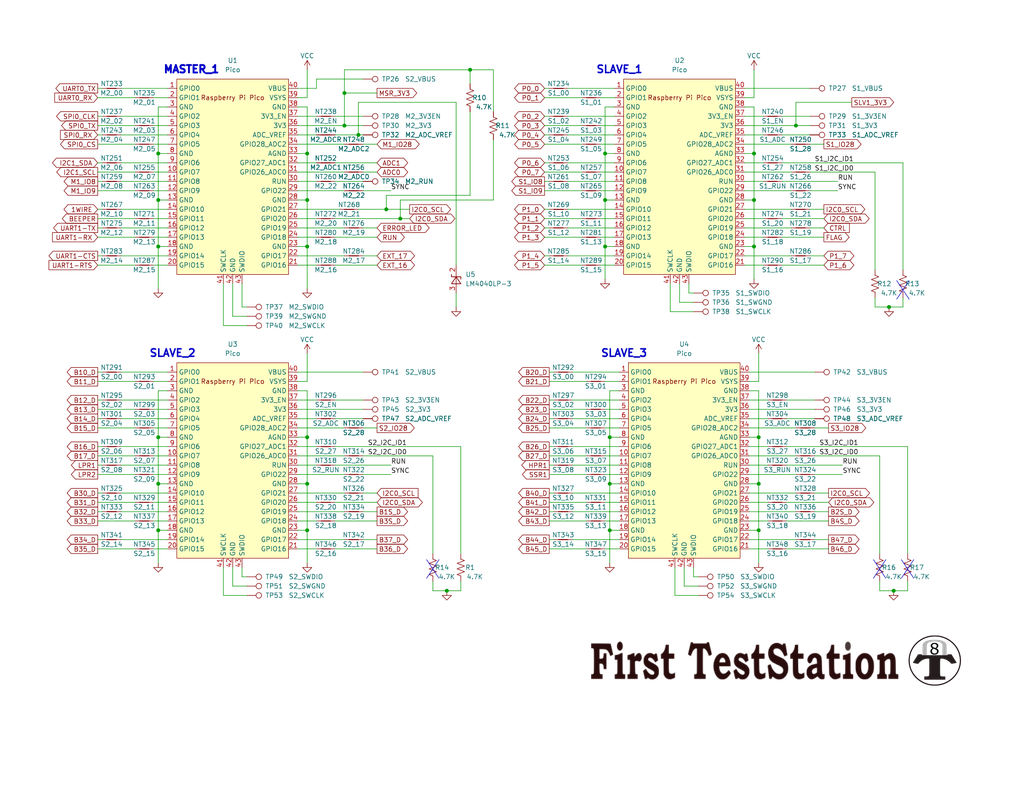
<source format=kicad_sch>
(kicad_sch (version 20211123) (generator eeschema)
  (paper "A")
  (title_block (title "InterconnectIO Board") (date "2022-06-01") (rev "0.1"))
  (junction (at 207.01 132.08))
  (junction (at 166.37 119.38))
  (junction (at 83.82 144.78))
  (junction (at 242.57 83.82))
  (junction (at 205.74 54.61))
  (junction (at 43.18 67.31))
  (junction (at 207.01 144.78))
  (junction (at 43.18 144.78))
  (junction (at 93.98 34.29))
  (junction (at 207.01 119.38))
  (junction (at 165.1 67.31))
  (junction (at 83.82 132.08))
  (junction (at 165.1 54.61))
  (junction (at 43.18 132.08))
  (junction (at 43.18 41.91))
  (junction (at 83.82 67.31))
  (junction (at 166.37 132.08))
  (junction (at 243.84 161.29))
  (junction (at 43.18 119.38))
  (junction (at 128.27 19.05))
  (junction (at 43.18 54.61))
  (junction (at 165.1 41.91))
  (junction (at 109.22 59.69))
  (junction (at 205.74 67.31))
  (junction (at 105.41 57.15))
  (junction (at 217.17 34.29))
  (junction (at 93.98 25.4))
  (junction (at 83.82 41.91))
  (junction (at 97.79 36.83))
  (junction (at 83.82 54.61))
  (junction (at 205.74 41.91))
  (junction (at 166.37 144.78))
  (junction (at 83.82 119.38))
  (junction (at 121.92 161.29))
  (wire (pts (xy 81.28 116.84) (xy 93.98 116.84)))
  (wire (pts (xy 205.74 26.67) (xy 205.74 19.05)))
  (wire (pts (xy 83.82 132.08) (xy 83.82 144.78)))
  (wire (pts (xy 81.28 26.67) (xy 83.82 26.67)))
  (wire (pts (xy 125.73 161.29) (xy 121.92 161.29)))
  (wire (pts (xy 67.31 162.56) (xy 60.96 162.56)))
  (wire (pts (xy 26.67 137.16) (xy 36.83 137.16)))
  (wire (pts (xy 41.91 104.14) (xy 45.72 104.14)))
  (wire (pts (xy 203.2 31.75) (xy 208.28 31.75)))
  (wire (pts (xy 81.28 106.68) (xy 83.82 106.68)))
  (wire (pts (xy 81.28 67.31) (xy 83.82 67.31)))
  (wire (pts (xy 134.62 54.61) (xy 134.62 38.1)))
  (wire (pts (xy 26.67 24.13) (xy 27.94 24.13)))
  (wire (pts (xy 182.88 85.09) (xy 182.88 77.47)))
  (wire (pts (xy 60.96 77.47) (xy 60.96 88.9)))
  (wire (pts (xy 26.67 111.76) (xy 36.83 111.76)))
  (wire (pts (xy 93.98 34.29) (xy 99.06 34.29)))
  (wire (pts (xy 118.11 161.29) (xy 121.92 161.29)))
  (wire (pts (xy 217.17 34.29) (xy 217.17 27.94)))
  (wire (pts (xy 26.67 104.14) (xy 36.83 104.14)))
  (wire (pts (xy 148.59 72.39) (xy 158.75 72.39)))
  (wire (pts (xy 33.02 36.83) (xy 45.72 36.83)))
  (wire (pts (xy 45.72 106.68) (xy 43.18 106.68)))
  (wire (pts (xy 149.86 142.24) (xy 160.02 142.24)))
  (wire (pts (xy 102.87 149.86) (xy 91.44 149.86)))
  (wire (pts (xy 224.79 64.77) (xy 213.36 64.77)))
  (wire (pts (xy 97.79 27.94) (xy 124.46 27.94)))
  (wire (pts (xy 165.1 111.76) (xy 168.91 111.76)))
  (wire (pts (xy 83.82 41.91) (xy 83.82 54.61)))
  (wire (pts (xy 148.59 62.23) (xy 149.86 62.23)))
  (wire (pts (xy 26.67 44.45) (xy 27.94 44.45)))
  (wire (pts (xy 67.31 157.48) (xy 66.04 157.48)))
  (wire (pts (xy 214.63 127) (xy 229.87 127)))
  (wire (pts (xy 148.59 31.75) (xy 149.86 31.75)))
  (wire (pts (xy 81.28 142.24) (xy 86.36 142.24)))
  (wire (pts (xy 99.06 124.46) (xy 118.11 124.46)))
  (wire (pts (xy 165.1 116.84) (xy 168.91 116.84)))
  (wire (pts (xy 97.79 57.15) (xy 105.41 57.15)))
  (wire (pts (xy 207.01 106.68) (xy 207.01 119.38)))
  (wire (pts (xy 204.47 119.38) (xy 207.01 119.38)))
  (wire (pts (xy 226.06 149.86) (xy 214.63 149.86)))
  (wire (pts (xy 60.96 162.56) (xy 60.96 154.94)))
  (wire (pts (xy 226.06 116.84) (xy 222.25 116.84)))
  (wire (pts (xy 149.86 137.16) (xy 160.02 137.16)))
  (wire (pts (xy 189.23 85.09) (xy 182.88 85.09)))
  (wire (pts (xy 240.03 124.46) (xy 240.03 151.13)))
  (wire (pts (xy 163.83 64.77) (xy 167.64 64.77)))
  (wire (pts (xy 149.86 124.46) (xy 160.02 124.46)))
  (wire (pts (xy 189.23 82.55) (xy 185.42 82.55)))
  (wire (pts (xy 148.59 46.99) (xy 158.75 46.99)))
  (wire (pts (xy 149.86 109.22) (xy 151.13 109.22)))
  (wire (pts (xy 81.28 114.3) (xy 86.36 114.3)))
  (wire (pts (xy 93.98 19.05) (xy 93.98 25.4)))
  (wire (pts (xy 97.79 36.83) (xy 99.06 36.83)))
  (wire (pts (xy 134.62 30.48) (xy 134.62 19.05)))
  (wire (pts (xy 91.44 109.22) (xy 99.06 109.22)))
  (wire (pts (xy 91.44 36.83) (xy 97.79 36.83)))
  (wire (pts (xy 165.1 104.14) (xy 168.91 104.14)))
  (wire (pts (xy 156.21 134.62) (xy 168.91 134.62)))
  (wire (pts (xy 240.03 161.29) (xy 243.84 161.29)))
  (wire (pts (xy 190.5 162.56) (xy 184.15 162.56)))
  (wire (pts (xy 204.47 139.7) (xy 217.17 139.7)))
  (wire (pts (xy 167.64 29.21) (xy 165.1 29.21)))
  (wire (pts (xy 83.82 67.31) (xy 83.82 78.74)))
  (wire (pts (xy 203.2 24.13) (xy 220.98 24.13)))
  (wire (pts (xy 118.11 124.46) (xy 118.11 151.13)))
  (wire (pts (xy 33.02 127) (xy 45.72 127)))
  (wire (pts (xy 83.82 29.21) (xy 83.82 41.91)))
  (wire (pts (xy 93.98 25.4) (xy 93.98 34.29)))
  (wire (pts (xy 81.28 52.07) (xy 93.98 52.07)))
  (wire (pts (xy 105.41 53.34) (xy 128.27 53.34)))
  (wire (pts (xy 102.87 147.32) (xy 99.06 147.32)))
  (wire (pts (xy 222.25 129.54) (xy 229.87 129.54)))
  (wire (pts (xy 102.87 72.39) (xy 91.44 72.39)))
  (wire (pts (xy 43.18 132.08) (xy 43.18 144.78)))
  (wire (pts (xy 63.5 160.02) (xy 63.5 154.94)))
  (wire (pts (xy 148.59 39.37) (xy 158.75 39.37)))
  (wire (pts (xy 91.44 137.16) (xy 102.87 137.16)))
  (wire (pts (xy 166.37 106.68) (xy 166.37 119.38)))
  (wire (pts (xy 163.83 72.39) (xy 167.64 72.39)))
  (wire (pts (xy 81.28 62.23) (xy 93.98 62.23)))
  (wire (pts (xy 81.28 64.77) (xy 86.36 64.77)))
  (wire (pts (xy 167.64 54.61) (xy 165.1 54.61)))
  (wire (pts (xy 45.72 132.08) (xy 43.18 132.08)))
  (wire (pts (xy 165.1 129.54) (xy 168.91 129.54)))
  (wire (pts (xy 204.47 134.62) (xy 217.17 134.62)))
  (wire (pts (xy 41.91 111.76) (xy 45.72 111.76)))
  (wire (pts (xy 220.98 52.07) (xy 228.6 52.07)))
  (wire (pts (xy 81.28 147.32) (xy 93.98 147.32)))
  (wire (pts (xy 33.02 109.22) (xy 45.72 109.22)))
  (wire (pts (xy 83.82 144.78) (xy 83.82 153.67)))
  (wire (pts (xy 166.37 153.67) (xy 166.37 144.78)))
  (wire (pts (xy 163.83 46.99) (xy 167.64 46.99)))
  (wire (pts (xy 207.01 119.38) (xy 207.01 132.08)))
  (wire (pts (xy 149.86 127) (xy 151.13 127)))
  (wire (pts (xy 189.23 157.48) (xy 189.23 154.94)))
  (wire (pts (xy 168.91 106.68) (xy 166.37 106.68)))
  (wire (pts (xy 41.91 72.39) (xy 45.72 72.39)))
  (wire (pts (xy 203.2 72.39) (xy 208.28 72.39)))
  (wire (pts (xy 102.87 139.7) (xy 99.06 139.7)))
  (wire (pts (xy 33.02 57.15) (xy 45.72 57.15)))
  (wire (pts (xy 168.91 119.38) (xy 166.37 119.38)))
  (wire (pts (xy 83.82 119.38) (xy 83.82 132.08)))
  (wire (pts (xy 154.94 49.53) (xy 167.64 49.53)))
  (wire (pts (xy 154.94 24.13) (xy 167.64 24.13)))
  (wire (pts (xy 43.18 144.78) (xy 45.72 144.78)))
  (wire (pts (xy 33.02 24.13) (xy 45.72 24.13)))
  (wire (pts (xy 204.47 149.86) (xy 209.55 149.86)))
  (wire (pts (xy 224.79 72.39) (xy 213.36 72.39)))
  (wire (pts (xy 185.42 82.55) (xy 185.42 77.47)))
  (wire (pts (xy 204.47 111.76) (xy 222.25 111.76)))
  (wire (pts (xy 33.02 114.3) (xy 45.72 114.3)))
  (wire (pts (xy 149.86 134.62) (xy 151.13 134.62)))
  (wire (pts (xy 203.2 34.29) (xy 217.17 34.29)))
  (wire (pts (xy 41.91 39.37) (xy 45.72 39.37)))
  (wire (pts (xy 66.04 77.47) (xy 66.04 83.82)))
  (wire (pts (xy 81.28 111.76) (xy 99.06 111.76)))
  (wire (pts (xy 214.63 137.16) (xy 226.06 137.16)))
  (wire (pts (xy 204.47 106.68) (xy 207.01 106.68)))
  (wire (pts (xy 81.28 31.75) (xy 86.36 31.75)))
  (wire (pts (xy 203.2 26.67) (xy 205.74 26.67)))
  (wire (pts (xy 224.79 39.37) (xy 220.98 39.37)))
  (wire (pts (xy 125.73 158.75) (xy 125.73 161.29)))
  (wire (pts (xy 204.47 132.08) (xy 207.01 132.08)))
  (wire (pts (xy 91.44 59.69) (xy 109.22 59.69)))
  (wire (pts (xy 203.2 67.31) (xy 205.74 67.31)))
  (wire (pts (xy 81.28 41.91) (xy 83.82 41.91)))
  (wire (pts (xy 165.1 149.86) (xy 168.91 149.86)))
  (wire (pts (xy 83.82 106.68) (xy 83.82 119.38)))
  (wire (pts (xy 99.06 129.54) (xy 106.68 129.54)))
  (wire (pts (xy 83.82 54.61) (xy 83.82 67.31)))
  (wire (pts (xy 26.67 72.39) (xy 36.83 72.39)))
  (wire (pts (xy 26.67 121.92) (xy 27.94 121.92)))
  (wire (pts (xy 186.69 160.02) (xy 186.69 154.94)))
  (wire (pts (xy 26.67 64.77) (xy 36.83 64.77)))
  (wire (pts (xy 102.87 44.45) (xy 91.44 44.45)))
  (wire (pts (xy 165.1 54.61) (xy 165.1 67.31)))
  (wire (pts (xy 203.2 39.37) (xy 215.9 39.37)))
  (wire (pts (xy 203.2 54.61) (xy 205.74 54.61)))
  (wire (pts (xy 166.37 144.78) (xy 168.91 144.78)))
  (wire (pts (xy 41.91 129.54) (xy 45.72 129.54)))
  (wire (pts (xy 41.91 34.29) (xy 45.72 34.29)))
  (wire (pts (xy 168.91 132.08) (xy 166.37 132.08)))
  (wire (pts (xy 105.41 57.15) (xy 105.41 53.34)))
  (wire (pts (xy 81.28 137.16) (xy 86.36 137.16)))
  (wire (pts (xy 26.67 101.6) (xy 27.94 101.6)))
  (wire (pts (xy 41.91 116.84) (xy 45.72 116.84)))
  (wire (pts (xy 91.44 127) (xy 106.68 127)))
  (wire (pts (xy 81.28 104.14) (xy 83.82 104.14)))
  (wire (pts (xy 247.65 121.92) (xy 247.65 151.13)))
  (wire (pts (xy 102.87 64.77) (xy 91.44 64.77)))
  (wire (pts (xy 26.67 57.15) (xy 27.94 57.15)))
  (wire (pts (xy 204.47 124.46) (xy 217.17 124.46)))
  (wire (pts (xy 204.47 116.84) (xy 217.17 116.84)))
  (wire (pts (xy 148.59 36.83) (xy 149.86 36.83)))
  (wire (pts (xy 99.06 52.07) (xy 106.68 52.07)))
  (wire (pts (xy 26.67 36.83) (xy 27.94 36.83)))
  (wire (pts (xy 41.91 149.86) (xy 45.72 149.86)))
  (wire (pts (xy 149.86 116.84) (xy 160.02 116.84)))
  (wire (pts (xy 204.47 127) (xy 209.55 127)))
  (wire (pts (xy 204.47 104.14) (xy 207.01 104.14)))
  (wire (pts (xy 154.94 31.75) (xy 167.64 31.75)))
  (wire (pts (xy 224.79 62.23) (xy 220.98 62.23)))
  (wire (pts (xy 124.46 27.94) (xy 124.46 72.39)))
  (wire (pts (xy 213.36 36.83) (xy 220.98 36.83)))
  (wire (pts (xy 26.67 114.3) (xy 27.94 114.3)))
  (wire (pts (xy 149.86 139.7) (xy 151.13 139.7)))
  (wire (pts (xy 163.83 26.67) (xy 167.64 26.67)))
  (wire (pts (xy 222.25 124.46) (xy 240.03 124.46)))
  (wire (pts (xy 148.59 26.67) (xy 158.75 26.67)))
  (wire (pts (xy 166.37 119.38) (xy 166.37 132.08)))
  (wire (pts (xy 67.31 83.82) (xy 66.04 83.82)))
  (wire (pts (xy 26.67 69.85) (xy 27.94 69.85)))
  (wire (pts (xy 204.47 114.3) (xy 209.55 114.3)))
  (wire (pts (xy 149.86 121.92) (xy 151.13 121.92)))
  (wire (pts (xy 67.31 86.36) (xy 63.5 86.36)))
  (wire (pts (xy 43.18 78.74) (xy 43.18 67.31)))
  (wire (pts (xy 43.18 153.67) (xy 43.18 144.78)))
  (wire (pts (xy 43.18 119.38) (xy 43.18 132.08)))
  (wire (pts (xy 213.36 49.53) (xy 228.6 49.53)))
  (wire (pts (xy 247.65 158.75) (xy 247.65 161.29)))
  (wire (pts (xy 204.47 142.24) (xy 209.55 142.24)))
  (wire (pts (xy 190.5 160.02) (xy 186.69 160.02)))
  (wire (pts (xy 81.28 134.62) (xy 93.98 134.62)))
  (wire (pts (xy 81.28 109.22) (xy 86.36 109.22)))
  (wire (pts (xy 83.82 19.05) (xy 83.82 26.67)))
  (wire (pts (xy 203.2 41.91) (xy 205.74 41.91)))
  (wire (pts (xy 149.86 129.54) (xy 160.02 129.54)))
  (wire (pts (xy 214.63 121.92) (xy 247.65 121.92)))
  (wire (pts (xy 165.1 137.16) (xy 168.91 137.16)))
  (wire (pts (xy 203.2 46.99) (xy 215.9 46.99)))
  (wire (pts (xy 81.28 44.45) (xy 86.36 44.45)))
  (wire (pts (xy 102.87 46.99) (xy 99.06 46.99)))
  (wire (pts (xy 238.76 46.99) (xy 238.76 73.66)))
  (wire (pts (xy 190.5 157.48) (xy 189.23 157.48)))
  (wire (pts (xy 43.18 29.21) (xy 43.18 41.91)))
  (wire (pts (xy 165.1 76.2) (xy 165.1 67.31)))
  (wire (pts (xy 63.5 77.47) (xy 63.5 86.36)))
  (wire (pts (xy 217.17 27.94) (xy 232.41 27.94)))
  (wire (pts (xy 91.44 31.75) (xy 99.06 31.75)))
  (wire (pts (xy 204.47 129.54) (xy 217.17 129.54)))
  (wire (pts (xy 26.67 46.99) (xy 36.83 46.99)))
  (wire (pts (xy 163.83 52.07) (xy 167.64 52.07)))
  (wire (pts (xy 156.21 139.7) (xy 168.91 139.7)))
  (wire (pts (xy 26.67 109.22) (xy 27.94 109.22)))
  (wire (pts (xy 167.64 41.91) (xy 165.1 41.91)))
  (wire (pts (xy 33.02 31.75) (xy 45.72 31.75)))
  (wire (pts (xy 154.94 44.45) (xy 167.64 44.45)))
  (wire (pts (xy 207.01 96.52) (xy 207.01 104.14)))
  (wire (pts (xy 163.83 59.69) (xy 167.64 59.69)))
  (wire (pts (xy 165.1 29.21) (xy 165.1 41.91)))
  (wire (pts (xy 26.67 26.67) (xy 36.83 26.67)))
  (wire (pts (xy 149.86 149.86) (xy 160.02 149.86)))
  (wire (pts (xy 226.06 147.32) (xy 222.25 147.32)))
  (wire (pts (xy 204.47 101.6) (xy 222.25 101.6)))
  (wire (pts (xy 128.27 19.05) (xy 134.62 19.05)))
  (wire (pts (xy 109.22 54.61) (xy 134.62 54.61)))
  (wire (pts (xy 26.67 52.07) (xy 36.83 52.07)))
  (wire (pts (xy 26.67 49.53) (xy 27.94 49.53)))
  (wire (pts (xy 156.21 114.3) (xy 168.91 114.3)))
  (wire (pts (xy 154.94 57.15) (xy 167.64 57.15)))
  (wire (pts (xy 148.59 59.69) (xy 158.75 59.69)))
  (wire (pts (xy 203.2 36.83) (xy 208.28 36.83)))
  (wire (pts (xy 33.02 49.53) (xy 45.72 49.53)))
  (wire (pts (xy 99.06 134.62) (xy 102.87 134.62)))
  (wire (pts (xy 102.87 39.37) (xy 99.06 39.37)))
  (wire (pts (xy 148.59 44.45) (xy 149.86 44.45)))
  (wire (pts (xy 154.94 36.83) (xy 167.64 36.83)))
  (wire (pts (xy 26.67 134.62) (xy 27.94 134.62)))
  (wire (pts (xy 128.27 30.48) (xy 128.27 53.34)))
  (wire (pts (xy 81.28 139.7) (xy 93.98 139.7)))
  (wire (pts (xy 102.87 69.85) (xy 99.06 69.85)))
  (wire (pts (xy 148.59 34.29) (xy 158.75 34.29)))
  (wire (pts (xy 213.36 59.69) (xy 224.79 59.69)))
  (wire (pts (xy 203.2 49.53) (xy 208.28 49.53)))
  (wire (pts (xy 93.98 19.05) (xy 128.27 19.05)))
  (wire (pts (xy 26.67 149.86) (xy 36.83 149.86)))
  (wire (pts (xy 203.2 69.85) (xy 215.9 69.85)))
  (wire (pts (xy 204.47 109.22) (xy 209.55 109.22)))
  (wire (pts (xy 214.63 114.3) (xy 222.25 114.3)))
  (wire (pts (xy 41.91 46.99) (xy 45.72 46.99)))
  (wire (pts (xy 81.28 39.37) (xy 93.98 39.37)))
  (wire (pts (xy 91.44 114.3) (xy 99.06 114.3)))
  (wire (pts (xy 45.72 119.38) (xy 43.18 119.38)))
  (wire (pts (xy 118.11 158.75) (xy 118.11 161.29)))
  (wire (pts (xy 45.72 41.91) (xy 43.18 41.91)))
  (wire (pts (xy 226.06 139.7) (xy 222.25 139.7)))
  (wire (pts (xy 203.2 62.23) (xy 215.9 62.23)))
  (wire (pts (xy 246.38 83.82) (xy 242.57 83.82)))
  (wire (pts (xy 184.15 162.56) (xy 184.15 154.94)))
  (wire (pts (xy 41.91 59.69) (xy 45.72 59.69)))
  (wire (pts (xy 148.59 49.53) (xy 149.86 49.53)))
  (wire (pts (xy 217.17 34.29) (xy 220.98 34.29)))
  (wire (pts (xy 213.36 31.75) (xy 220.98 31.75)))
  (wire (pts (xy 26.67 39.37) (xy 36.83 39.37)))
  (wire (pts (xy 43.18 106.68) (xy 43.18 119.38)))
  (wire (pts (xy 26.67 34.29) (xy 36.83 34.29)))
  (wire (pts (xy 207.01 144.78) (xy 207.01 153.67)))
  (wire (pts (xy 26.67 124.46) (xy 36.83 124.46)))
  (wire (pts (xy 166.37 132.08) (xy 166.37 144.78)))
  (wire (pts (xy 149.86 111.76) (xy 160.02 111.76)))
  (wire (pts (xy 26.67 127) (xy 27.94 127)))
  (wire (pts (xy 207.01 132.08) (xy 207.01 144.78)))
  (wire (pts (xy 148.59 24.13) (xy 149.86 24.13)))
  (wire (pts (xy 81.28 72.39) (xy 86.36 72.39)))
  (wire (pts (xy 156.21 101.6) (xy 168.91 101.6)))
  (wire (pts (xy 81.28 144.78) (xy 83.82 144.78)))
  (wire (pts (xy 43.18 54.61) (xy 43.18 67.31)))
  (wire (pts (xy 41.91 124.46) (xy 45.72 124.46)))
  (wire (pts (xy 246.38 44.45) (xy 246.38 73.66)))
  (wire (pts (xy 204.47 137.16) (xy 209.55 137.16)))
  (wire (pts (xy 156.21 147.32) (xy 168.91 147.32)))
  (wire (pts (xy 81.28 36.83) (xy 86.36 36.83)))
  (wire (pts (xy 83.82 104.14) (xy 83.82 96.52)))
  (wire (pts (xy 81.28 49.53) (xy 86.36 49.53)))
  (wire (pts (xy 26.67 129.54) (xy 36.83 129.54)))
  (wire (pts (xy 149.86 147.32) (xy 151.13 147.32)))
  (wire (pts (xy 124.46 80.01) (xy 124.46 83.82)))
  (wire (pts (xy 102.87 142.24) (xy 91.44 142.24)))
  (wire (pts (xy 43.18 41.91) (xy 43.18 54.61)))
  (wire (pts (xy 213.36 44.45) (xy 246.38 44.45)))
  (wire (pts (xy 156.21 121.92) (xy 168.91 121.92)))
  (wire (pts (xy 26.67 59.69) (xy 36.83 59.69)))
  (wire (pts (xy 99.06 21.59) (xy 86.36 21.59)))
  (wire (pts (xy 149.86 114.3) (xy 151.13 114.3)))
  (wire (pts (xy 66.04 157.48) (xy 66.04 154.94)))
  (wire (pts (xy 165.1 142.24) (xy 168.91 142.24)))
  (wire (pts (xy 97.79 36.83) (xy 97.79 27.94)))
  (wire (pts (xy 105.41 57.15) (xy 111.76 57.15)))
  (wire (pts (xy 45.72 54.61) (xy 43.18 54.61)))
  (wire (pts (xy 41.91 52.07) (xy 45.72 52.07)))
  (wire (pts (xy 91.44 49.53) (xy 99.06 49.53)))
  (wire (pts (xy 81.28 129.54) (xy 93.98 129.54)))
  (wire (pts (xy 220.98 57.15) (xy 224.79 57.15)))
  (wire (pts (xy 224.79 69.85) (xy 220.98 69.85)))
  (wire (pts (xy 67.31 160.02) (xy 63.5 160.02)))
  (wire (pts (xy 102.87 116.84) (xy 99.06 116.84)))
  (wire (pts (xy 102.87 62.23) (xy 99.06 62.23)))
  (wire (pts (xy 148.59 64.77) (xy 158.75 64.77)))
  (wire (pts (xy 33.02 147.32) (xy 45.72 147.32)))
  (wire (pts (xy 33.02 134.62) (xy 45.72 134.62)))
  (wire (pts (xy 246.38 81.28) (xy 246.38 83.82)))
  (wire (pts (xy 222.25 134.62) (xy 226.06 134.62)))
  (wire (pts (xy 156.21 127) (xy 168.91 127)))
  (wire (pts (xy 86.36 24.13) (xy 81.28 24.13)))
  (wire (pts (xy 243.84 161.29) (xy 247.65 161.29)))
  (wire (pts (xy 226.06 142.24) (xy 214.63 142.24)))
  (wire (pts (xy 81.28 59.69) (xy 86.36 59.69)))
  (wire (pts (xy 203.2 29.21) (xy 205.74 29.21)))
  (wire (pts (xy 205.74 54.61) (xy 205.74 67.31)))
  (wire (pts (xy 93.98 25.4) (xy 102.87 25.4)))
  (wire (pts (xy 203.2 64.77) (xy 208.28 64.77)))
  (wire (pts (xy 81.28 34.29) (xy 93.98 34.29)))
  (wire (pts (xy 189.23 80.01) (xy 187.96 80.01)))
  (wire (pts (xy 33.02 69.85) (xy 45.72 69.85)))
  (wire (pts (xy 205.74 29.21) (xy 205.74 41.91)))
  (wire (pts (xy 45.72 29.21) (xy 43.18 29.21)))
  (wire (pts (xy 26.67 62.23) (xy 27.94 62.23)))
  (wire (pts (xy 33.02 121.92) (xy 45.72 121.92)))
  (wire (pts (xy 81.28 121.92) (xy 86.36 121.92)))
  (wire (pts (xy 81.28 124.46) (xy 93.98 124.46)))
  (wire (pts (xy 214.63 109.22) (xy 222.25 109.22)))
  (wire (pts (xy 204.47 121.92) (xy 209.55 121.92)))
  (wire (pts (xy 125.73 121.92) (xy 125.73 151.13)))
  (wire (pts (xy 81.28 54.61) (xy 83.82 54.61)))
  (wire (pts (xy 81.28 119.38) (xy 83.82 119.38)))
  (wire (pts (xy 240.03 158.75) (xy 240.03 161.29)))
  (wire (pts (xy 86.36 21.59) (xy 86.36 24.13)))
  (wire (pts (xy 205.74 67.31) (xy 205.74 76.2)))
  (wire (pts (xy 33.02 101.6) (xy 45.72 101.6)))
  (wire (pts (xy 205.74 41.91) (xy 205.74 54.61)))
  (wire (pts (xy 203.2 59.69) (xy 208.28 59.69)))
  (wire (pts (xy 109.22 59.69) (xy 111.76 59.69)))
  (wire (pts (xy 187.96 80.01) (xy 187.96 77.47)))
  (wire (pts (xy 109.22 59.69) (xy 109.22 54.61)))
  (wire (pts (xy 41.91 137.16) (xy 45.72 137.16)))
  (wire (pts (xy 220.98 46.99) (xy 238.76 46.99)))
  (wire (pts (xy 26.67 116.84) (xy 36.83 116.84)))
  (wire (pts (xy 149.86 101.6) (xy 151.13 101.6)))
  (wire (pts (xy 128.27 22.86) (xy 128.27 19.05)))
  (wire (pts (xy 33.02 62.23) (xy 45.72 62.23)))
  (wire (pts (xy 91.44 121.92) (xy 125.73 121.92)))
  (wire (pts (xy 154.94 62.23) (xy 167.64 62.23)))
  (wire (pts (xy 148.59 57.15) (xy 149.86 57.15)))
  (wire (pts (xy 203.2 52.07) (xy 215.9 52.07)))
  (wire (pts (xy 81.28 46.99) (xy 93.98 46.99)))
  (wire (pts (xy 163.83 39.37) (xy 167.64 39.37)))
  (wire (pts (xy 148.59 69.85) (xy 149.86 69.85)))
  (wire (pts (xy 43.18 67.31) (xy 45.72 67.31)))
  (wire (pts (xy 41.91 64.77) (xy 45.72 64.77)))
  (wire (pts (xy 165.1 67.31) (xy 167.64 67.31)))
  (wire (pts (xy 41.91 142.24) (xy 45.72 142.24)))
  (wire (pts (xy 81.28 57.15) (xy 92.71 57.15)))
  (wire (pts (xy 165.1 124.46) (xy 168.91 124.46)))
  (wire (pts (xy 26.67 139.7) (xy 27.94 139.7)))
  (wire (pts (xy 204.47 147.32) (xy 217.17 147.32)))
  (wire (pts (xy 33.02 139.7) (xy 45.72 139.7)))
  (wire (pts (xy 238.76 83.82) (xy 242.57 83.82)))
  (wire (pts (xy 67.31 88.9) (xy 60.96 88.9)))
  (wire (pts (xy 81.28 29.21) (xy 83.82 29.21)))
  (wire (pts (xy 26.67 147.32) (xy 27.94 147.32)))
  (wire (pts (xy 165.1 41.91) (xy 165.1 54.61)))
  (wire (pts (xy 81.28 101.6) (xy 99.06 101.6)))
  (wire (pts (xy 154.94 69.85) (xy 167.64 69.85)))
  (wire (pts (xy 41.91 26.67) (xy 45.72 26.67)))
  (wire (pts (xy 26.67 142.24) (xy 36.83 142.24)))
  (wire (pts (xy 26.67 31.75) (xy 27.94 31.75)))
  (wire (pts (xy 156.21 109.22) (xy 168.91 109.22)))
  (wire (pts (xy 81.28 69.85) (xy 93.98 69.85)))
  (wire (pts (xy 81.28 132.08) (xy 83.82 132.08)))
  (wire (pts (xy 238.76 81.28) (xy 238.76 83.82)))
  (wire (pts (xy 33.02 44.45) (xy 45.72 44.45)))
  (wire (pts (xy 163.83 34.29) (xy 167.64 34.29)))
  (wire (pts (xy 149.86 104.14) (xy 160.02 104.14)))
  (wire (pts (xy 81.28 127) (xy 86.36 127)))
  (wire (pts (xy 203.2 57.15) (xy 215.9 57.15)))
  (wire (pts (xy 148.59 52.07) (xy 158.75 52.07)))
  (wire (pts (xy 203.2 44.45) (xy 208.28 44.45)))
  (wire (pts (xy 81.28 149.86) (xy 86.36 149.86)))
  (wire (pts (xy 204.47 144.78) (xy 207.01 144.78)))
  (image (at 203.2 180.34) (scale 2.13772))
  (image (at 255.27 180.34))
  (text "SLAVE_2" (at 40.64 97.79 0) (effects (font (size 2.032 2.032) bold) (justify left bottom)))
  (text "X" (at 245.11 158.75 0) (effects (font (size 5.08 5.08)) (justify left bottom)))
  (text "X" (at 243.84 82.55 0) (effects (font (size 5.08 5.08)) (justify left bottom)))
  (text "MASTER_1" (at 44.45 20.32 0) (effects (font (size 2.032 2.032) (thickness 0.762) bold) (justify left bottom)))
  (text "SLAVE_3" (at 163.83 97.79 0) (effects (font (size 2.032 2.032) bold) (justify left bottom)))
  (text "SLAVE_1" (at 162.56 20.32 0) (effects (font (size 2.032 2.032) bold) (justify left bottom)))
  (text "X" (at 237.49 158.75 0) (effects (font (size 5.08 5.08)) (justify left bottom)))
  (text "X" (at 115.57 158.75 0) (effects (font (size 5.08 5.08)) (justify left bottom)))
  (label "SYNC" (at 228.6 52.07 0))
  (label "SYNC" (at 229.87 129.54 0))
  (label "S1_I2C_ID1" (at 222.25 44.45 0))
  (label "SYNC" (at 106.68 129.54 0))
  (label "S1_I2C_ID0" (at 222.25 46.99 0))
  (label "S2_I2C_ID1" (at 100.33 121.92 0))
  (label "RUN" (at 106.68 127 0))
  (label "RUN" (at 228.6 49.53 0))
  (label "SYNC" (at 106.68 52.07 0))
  (label "RUN" (at 229.87 127 0))
  (label "S3_I2C_ID1" (at 223.52 121.92 0))
  (label "S2_I2C_ID0" (at 100.33 124.46 0))
  (label "S3_I2C_ID0" (at 223.52 124.46 0))
  (global_label "B16_D" (shape output) (at 26.67 121.92 180) (property "Intersheet References" "${INTERSHEET_REFS}" (effects hide)))
  (global_label "B26_D" (shape output) (at 149.86 121.92 180) (property "Intersheet References" "${INTERSHEET_REFS}" (effects hide)))
  (global_label "UART1-RX" (shape input) (at 26.67 64.77 180) (property "Intersheet References" "${INTERSHEET_REFS}" (effects hide)))
  (global_label "ADC1" (shape bidirectional) (at 102.87 44.45 0) (property "Intersheet References" "${INTERSHEET_REFS}" (effects hide)))
  (global_label "B23_D" (shape output) (at 149.86 111.76 180) (property "Intersheet References" "${INTERSHEET_REFS}" (effects hide)))
  (global_label "I2C0_SDA" (shape bidirectional) (at 226.06 137.16 0) (property "Intersheet References" "${INTERSHEET_REFS}" (effects hide)))
  (global_label "B3S_D" (shape output) (at 102.87 142.24 0) (property "Intersheet References" "${INTERSHEET_REFS}" (effects hide)))
  (global_label "M1_IO8" (shape output) (at 26.67 49.53 180) (property "Intersheet References" "${INTERSHEET_REFS}" (effects hide)))
  (global_label "B25_D" (shape output) (at 149.86 116.84 180) (property "Intersheet References" "${INTERSHEET_REFS}" (effects hide)))
  (global_label "UART0_TX" (shape output) (at 26.67 24.13 180) (property "Intersheet References" "${INTERSHEET_REFS}" (effects hide)))
  (global_label "I2C0_SDA" (shape bidirectional) (at 111.76 59.69 0) (property "Intersheet References" "${INTERSHEET_REFS}" (effects hide)))
  (global_label "P0_1" (shape bidirectional) (at 148.59 26.67 180) (property "Intersheet References" "${INTERSHEET_REFS}" (effects hide)))
  (global_label "P1_4" (shape bidirectional) (at 148.59 69.85 180) (property "Intersheet References" "${INTERSHEET_REFS}" (effects hide)))
  (global_label "I2C0_SCL" (shape output) (at 226.06 134.62 0) (property "Intersheet References" "${INTERSHEET_REFS}" (effects hide)))
  (global_label "B41_D" (shape output) (at 149.86 137.16 180) (property "Intersheet References" "${INTERSHEET_REFS}" (effects hide)))
  (global_label "B24_D" (shape output) (at 149.86 114.3 180) (property "Intersheet References" "${INTERSHEET_REFS}" (effects hide)))
  (global_label "ERROR_LED" (shape bidirectional) (at 102.87 62.23 0) (property "Intersheet References" "${INTERSHEET_REFS}" (effects hide)))
  (global_label "P0_6" (shape bidirectional) (at 148.59 44.45 180) (property "Intersheet References" "${INTERSHEET_REFS}" (effects hide)))
  (global_label "B10_D" (shape output) (at 26.67 101.6 180) (property "Intersheet References" "${INTERSHEET_REFS}" (effects hide)))
  (global_label "S3_IO28" (shape output) (at 226.06 116.84 0) (property "Intersheet References" "${INTERSHEET_REFS}" (effects hide)))
  (global_label "B34_D" (shape output) (at 26.67 147.32 180) (property "Intersheet References" "${INTERSHEET_REFS}" (effects hide)))
  (global_label "S1_IO8" (shape output) (at 148.59 49.53 180) (property "Intersheet References" "${INTERSHEET_REFS}" (effects hide)))
  (global_label "EXT_16" (shape bidirectional) (at 102.87 72.39 0) (property "Intersheet References" "${INTERSHEET_REFS}" (effects hide)))
  (global_label "I2C0_SDA" (shape bidirectional) (at 224.79 59.69 0) (property "Intersheet References" "${INTERSHEET_REFS}" (effects hide)))
  (global_label "P0_0" (shape bidirectional) (at 148.59 24.13 180) (property "Intersheet References" "${INTERSHEET_REFS}" (effects hide)))
  (global_label "B4S_D" (shape output) (at 226.06 142.24 0) (property "Intersheet References" "${INTERSHEET_REFS}" (effects hide)))
  (global_label "UART1-CTS" (shape output) (at 26.67 69.85 180) (property "Intersheet References" "${INTERSHEET_REFS}" (effects hide)))
  (global_label "B37_D" (shape output) (at 102.87 147.32 0) (property "Intersheet References" "${INTERSHEET_REFS}" (effects hide)))
  (global_label "CTRL" (shape input) (at 224.79 62.23 0) (property "Intersheet References" "${INTERSHEET_REFS}" (effects hide)))
  (global_label "BEEPER" (shape output) (at 26.67 59.69 180) (property "Intersheet References" "${INTERSHEET_REFS}" (effects hide)))
  (global_label "ADC0" (shape bidirectional) (at 102.87 46.99 0) (property "Intersheet References" "${INTERSHEET_REFS}" (effects hide)))
  (global_label "P1_6" (shape bidirectional) (at 224.79 72.39 0) (property "Intersheet References" "${INTERSHEET_REFS}" (effects hide)))
  (global_label "P1_1" (shape bidirectional) (at 148.59 59.69 180) (property "Intersheet References" "${INTERSHEET_REFS}" (effects hide)))
  (global_label "B43_D" (shape output) (at 149.86 142.24 180) (property "Intersheet References" "${INTERSHEET_REFS}" (effects hide)))
  (global_label "LPR2" (shape output) (at 26.67 129.54 180) (property "Intersheet References" "${INTERSHEET_REFS}" (effects hide)))
  (global_label "B31_D" (shape output) (at 26.67 137.16 180) (property "Intersheet References" "${INTERSHEET_REFS}" (effects hide)))
  (global_label "UART1-RTS" (shape input) (at 26.67 72.39 180) (property "Intersheet References" "${INTERSHEET_REFS}" (effects hide)))
  (global_label "S1_IO28" (shape output) (at 224.79 39.37 0) (property "Intersheet References" "${INTERSHEET_REFS}" (effects hide)))
  (global_label "B2S_D" (shape output) (at 226.06 139.7 0) (property "Intersheet References" "${INTERSHEET_REFS}" (effects hide)))
  (global_label "I2C0_SCL" (shape input) (at 102.87 134.62 0) (property "Intersheet References" "${INTERSHEET_REFS}" (effects hide)))
  (global_label "B44_D" (shape output) (at 149.86 147.32 180) (property "Intersheet References" "${INTERSHEET_REFS}" (effects hide)))
  (global_label "P1_7" (shape bidirectional) (at 224.79 69.85 0) (property "Intersheet References" "${INTERSHEET_REFS}" (effects hide)))
  (global_label "UART1-TX" (shape output) (at 26.67 62.23 180) (property "Intersheet References" "${INTERSHEET_REFS}" (effects hide)))
  (global_label "B45_D" (shape output) (at 149.86 149.86 180) (property "Intersheet References" "${INTERSHEET_REFS}" (effects hide)))
  (global_label "SSR1" (shape output) (at 149.86 129.54 180) (property "Intersheet References" "${INTERSHEET_REFS}" (effects hide)))
  (global_label "UART0_RX" (shape input) (at 26.67 26.67 180) (property "Intersheet References" "${INTERSHEET_REFS}" (effects hide)))
  (global_label "EXT_17" (shape bidirectional) (at 102.87 69.85 0) (property "Intersheet References" "${INTERSHEET_REFS}" (effects hide)))
  (global_label "B11_D" (shape output) (at 26.67 104.14 180) (property "Intersheet References" "${INTERSHEET_REFS}" (effects hide)))
  (global_label "SPI0_CS" (shape output) (at 26.67 39.37 180) (property "Intersheet References" "${INTERSHEET_REFS}" (effects hide)))
  (global_label "B32_D" (shape output) (at 26.67 139.7 180) (property "Intersheet References" "${INTERSHEET_REFS}" (effects hide)))
  (global_label "SPI0_RX" (shape input) (at 26.67 36.83 180) (property "Intersheet References" "${INTERSHEET_REFS}" (effects hide)))
  (global_label "SPI0_TX" (shape output) (at 26.67 34.29 180) (property "Intersheet References" "${INTERSHEET_REFS}" (effects hide)))
  (global_label "B1S_D" (shape output) (at 102.87 139.7 0) (property "Intersheet References" "${INTERSHEET_REFS}" (effects hide)))
  (global_label "I2C0_SCL" (shape output) (at 224.79 57.15 0) (property "Intersheet References" "${INTERSHEET_REFS}" (effects hide)))
  (global_label "B33_D" (shape output) (at 26.67 142.24 180) (property "Intersheet References" "${INTERSHEET_REFS}" (effects hide)))
  (global_label "SLV1_3V3" (shape output) (at 232.41 27.94 0) (property "Intersheet References" "${INTERSHEET_REFS}" (effects hide)))
  (global_label "M1_IO9" (shape output) (at 26.67 52.07 180) (property "Intersheet References" "${INTERSHEET_REFS}" (effects hide)))
  (global_label "P1_0" (shape bidirectional) (at 148.59 57.15 180) (property "Intersheet References" "${INTERSHEET_REFS}" (effects hide)))
  (global_label "B12_D" (shape output) (at 26.67 109.22 180) (property "Intersheet References" "${INTERSHEET_REFS}" (effects hide)))
  (global_label "P1_3" (shape bidirectional) (at 148.59 64.77 180) (property "Intersheet References" "${INTERSHEET_REFS}" (effects hide)))
  (global_label "B30_D" (shape output) (at 26.67 134.62 180) (property "Intersheet References" "${INTERSHEET_REFS}" (effects hide)))
  (global_label "RUN" (shape bidirectional) (at 102.87 64.77 0) (property "Intersheet References" "${INTERSHEET_REFS}" (effects hide)))
  (global_label "B22_D" (shape output) (at 149.86 109.22 180) (property "Intersheet References" "${INTERSHEET_REFS}" (effects hide)))
  (global_label "P0_4" (shape bidirectional) (at 148.59 36.83 180) (property "Intersheet References" "${INTERSHEET_REFS}" (effects hide)))
  (global_label "P1_2" (shape bidirectional) (at 148.59 62.23 180) (property "Intersheet References" "${INTERSHEET_REFS}" (effects hide)))
  (global_label "B15_D" (shape output) (at 26.67 116.84 180) (property "Intersheet References" "${INTERSHEET_REFS}" (effects hide)))
  (global_label "B13_D" (shape output) (at 26.67 111.76 180) (property "Intersheet References" "${INTERSHEET_REFS}" (effects hide)))
  (global_label "B27_D" (shape output) (at 149.86 124.46 180) (property "Intersheet References" "${INTERSHEET_REFS}" (effects hide)))
  (global_label "I2C1_SCL" (shape output) (at 26.67 46.99 180) (property "Intersheet References" "${INTERSHEET_REFS}" (effects hide)))
  (global_label "B14_D" (shape output) (at 26.67 114.3 180) (property "Intersheet References" "${INTERSHEET_REFS}" (effects hide)))
  (global_label "P0_2" (shape bidirectional) (at 148.59 31.75 180) (property "Intersheet References" "${INTERSHEET_REFS}" (effects hide)))
  (global_label "B36_D" (shape output) (at 102.87 149.86 0) (property "Intersheet References" "${INTERSHEET_REFS}" (effects hide)))
  (global_label "B42_D" (shape output) (at 149.86 139.7 180) (property "Intersheet References" "${INTERSHEET_REFS}" (effects hide)))
  (global_label "S1_IO9" (shape output) (at 148.59 52.07 180) (property "Intersheet References" "${INTERSHEET_REFS}" (effects hide)))
  (global_label "SPI0_CLK" (shape output) (at 26.67 31.75 180) (property "Intersheet References" "${INTERSHEET_REFS}" (effects hide)))
  (global_label "B46_D" (shape output) (at 226.06 149.86 0) (property "Intersheet References" "${INTERSHEET_REFS}" (effects hide)))
  (global_label "MSR_3V3" (shape output) (at 102.87 25.4 0) (property "Intersheet References" "${INTERSHEET_REFS}" (effects hide)))
  (global_label "B35_D" (shape output) (at 26.67 149.86 180) (property "Intersheet References" "${INTERSHEET_REFS}" (effects hide)))
  (global_label "P0_5" (shape bidirectional) (at 148.59 39.37 180) (property "Intersheet References" "${INTERSHEET_REFS}" (effects hide)))
  (global_label "I2C0_SCL" (shape output) (at 111.76 57.15 0) (property "Intersheet References" "${INTERSHEET_REFS}" (effects hide)))
  (global_label "B21_D" (shape output) (at 149.86 104.14 180) (property "Intersheet References" "${INTERSHEET_REFS}" (effects hide)))
  (global_label "M1_IO28" (shape bidirectional) (at 102.87 39.37 0) (property "Intersheet References" "${INTERSHEET_REFS}" (effects hide)))
  (global_label "B40_D" (shape output) (at 149.86 134.62 180) (property "Intersheet References" "${INTERSHEET_REFS}" (effects hide)))
  (global_label "HPR1" (shape output) (at 149.86 127 180) (property "Intersheet References" "${INTERSHEET_REFS}" (effects hide)))
  (global_label "LPR1" (shape output) (at 26.67 127 180) (property "Intersheet References" "${INTERSHEET_REFS}" (effects hide)))
  (global_label "B17_D" (shape output) (at 26.67 124.46 180) (property "Intersheet References" "${INTERSHEET_REFS}" (effects hide)))
  (global_label "P0_7" (shape bidirectional) (at 148.59 46.99 180) (property "Intersheet References" "${INTERSHEET_REFS}" (effects hide)))
  (global_label "I2C0_SDA" (shape bidirectional) (at 102.87 137.16 0) (property "Intersheet References" "${INTERSHEET_REFS}" (effects hide)))
  (global_label "B47_D" (shape output) (at 226.06 147.32 0) (property "Intersheet References" "${INTERSHEET_REFS}" (effects hide)))
  (global_label "S2_IO28" (shape output) (at 102.87 116.84 0) (property "Intersheet References" "${INTERSHEET_REFS}" (effects hide)))
  (global_label "P1_5" (shape bidirectional) (at 148.59 72.39 180) (property "Intersheet References" "${INTERSHEET_REFS}" (effects hide)))
  (global_label "B20_D" (shape output) (at 149.86 101.6 180) (property "Intersheet References" "${INTERSHEET_REFS}" (effects hide)))
  (global_label "1WIRE" (shape bidirectional) (at 26.67 57.15 180) (property "Intersheet References" "${INTERSHEET_REFS}" (effects hide)))
  (global_label "FLAG" (shape output) (at 224.79 64.77 0) (property "Intersheet References" "${INTERSHEET_REFS}" (effects hide)))
  (global_label "I2C1_SDA" (shape bidirectional) (at 26.67 44.45 180) (property "Intersheet References" "${INTERSHEET_REFS}" (effects hide)))
  (global_label "P0_3" (shape bidirectional) (at 148.59 34.29 180) (property "Intersheet References" "${INTERSHEET_REFS}" (effects hide)))
  (symbol (lib_id "Device:NetTie_2") (at 39.37 46.99 0) (unit 1)
    (property "Reference" "NT255" (at 39.37 45.72 0))
    (property "Value" "M2_07" (at 39.37 48.26 0))
    (property "Footprint" "NetTie:NetTie-2_Front1.0mm" (effects hide))
  )
  (symbol (lib_id "power:GND") (at 205.74 76.2 0) (unit 1)
    (property "Reference" "#PWR039" (effects hide))
    (property "Value" "GND" (effects hide))
  )
  (symbol (lib_id "Device:NetTie_2") (at 162.56 116.84 0) (unit 1)
    (property "Reference" "NT307" (at 162.56 115.57 0))
    (property "Value" "S3_05" (at 162.56 118.11 0))
    (property "Footprint" "NetTie:NetTie-2_Front1.0mm" (effects hide))
  )
  (symbol (lib_id "Connector:TestPoint") (at 189.23 80.01 270) (unit 1)
    (property "Reference" "TP35" (at 194.31 80.01 90) (effects (justify left)))
    (property "Value" "S1_SWDIO" (at 200.66 80.01 90) (effects (justify left)))
    (property "Footprint" "TestPoint:TestPoint_THTPad_D1.5mm_Drill0.7mm" (effects hide))
  )
  (symbol (lib_id "Device:NetTie_2") (at 162.56 137.16 0) (unit 1)
    (property "Reference" "NT331" (at 162.56 135.89 0))
    (property "Value" "S3_11" (at 162.56 138.43 0))
    (property "Footprint" "NetTie:NetTie-2_Front1.0mm" (effects hide))
  )
  (symbol (lib_id "MCU_RaspberryPi_and_Boards:Pico") (at 63.5 125.73 0) (unit 1)
    (property "Reference" "U3" (at 63.5 93.98 0))
    (property "Value" "Pico" (at 63.5 96.52 0))
    (property "Footprint" "MCU_RaspberryPi_and_Boards:RPi_Pico_SMD_TH" (effects hide))
  )
  (symbol (lib_id "Device:NetTie_2") (at 39.37 137.16 0) (unit 1)
    (property "Reference" "NT329" (at 39.37 135.89 0))
    (property "Value" "S2_11" (at 39.37 138.43 0))
    (property "Footprint" "NetTie:NetTie-2_Front1.0mm" (effects hide))
  )
  (symbol (lib_id "Device:NetTie_2") (at 152.4 24.13 0) (unit 1)
    (property "Reference" "NT234" (at 152.4 22.86 0))
    (property "Value" "S1_00" (at 152.4 25.4 0))
    (property "Footprint" "NetTie:NetTie-2_Front1.0mm" (effects hide))
  )
  (symbol (lib_id "Device:NetTie_2") (at 212.09 114.3 0) (unit 1)
    (property "Reference" "NT304" (at 212.09 113.03 0))
    (property "Value" "S3_ADC" (at 212.09 115.57 0))
    (property "Footprint" "NetTie:NetTie-2_Front1.0mm" (effects hide))
  )
  (symbol (lib_id "Connector:TestPoint") (at 67.31 83.82 270) (unit 1)
    (property "Reference" "TP37" (at 72.39 83.82 90) (effects (justify left)))
    (property "Value" "M2_SWDIO" (at 78.74 83.82 90) (effects (justify left)))
    (property "Footprint" "TestPoint:TestPoint_THTPad_D1.5mm_Drill0.7mm" (effects hide))
  )
  (symbol (lib_id "Device:NetTie_2") (at 88.9 142.24 0) (mirror y) (unit 1)
    (property "Reference" "NT338" (at 88.9 140.97 0))
    (property "Value" "S2_18" (at 88.9 143.51 0))
    (property "Footprint" "NetTie:NetTie-2_Front1.0mm" (effects hide))
  )
  (symbol (lib_id "Device:NetTie_2") (at 219.71 134.62 0) (unit 1)
    (property "Reference" "NT328" (at 219.71 133.35 0))
    (property "Value" "S3_21" (at 219.71 135.89 0))
    (property "Footprint" "NetTie:NetTie-2_Front1.0mm" (effects hide))
  )
  (symbol (lib_id "Connector:TestPoint") (at 99.06 49.53 270) (unit 1)
    (property "Reference" "TP34" (at 104.14 49.53 90) (effects (justify left)))
    (property "Value" "M2_RUN" (at 110.49 49.53 90) (effects (justify left)))
    (property "Footprint" "TestPoint:TestPoint_THTPad_D1.5mm_Drill0.7mm" (effects hide))
  )
  (symbol (lib_id "Device:NetTie_2") (at 210.82 49.53 0) (unit 1)
    (property "Reference" "NT262" (at 210.82 48.26 0))
    (property "Value" "S1_RUN" (at 210.82 50.8 0))
    (property "Footprint" "NetTie:NetTie-2_Front1.0mm" (effects hide))
  )
  (symbol (lib_id "Device:NetTie_2") (at 153.67 114.3 0) (unit 1)
    (property "Reference" "NT303" (at 153.67 113.03 0))
    (property "Value" "S3_04" (at 153.67 115.57 0))
    (property "Footprint" "NetTie:NetTie-2_Front1.0mm" (effects hide))
  )
  (symbol (lib_id "MCU_RaspberryPi_and_Boards:Pico") (at 185.42 48.26 0) (unit 1)
    (property "Reference" "U2" (at 185.42 16.51 0))
    (property "Value" "Pico" (at 185.42 19.05 0))
    (property "Footprint" "MCU_RaspberryPi_and_Boards:RPi_Pico_SMD_TH" (effects hide))
  )
  (symbol (lib_id "Device:NetTie_2") (at 39.37 142.24 0) (unit 1)
    (property "Reference" "NT337" (at 39.37 140.97 0))
    (property "Value" "S2_13" (at 39.37 143.51 0))
    (property "Footprint" "NetTie:NetTie-2_Front1.0mm" (effects hide))
  )
  (symbol (lib_id "Device:NetTie_2") (at 88.9 127 0) (unit 1)
    (property "Reference" "NT318" (at 88.9 125.73 0))
    (property "Value" "S2_RUN" (at 88.9 128.27 0))
    (property "Footprint" "NetTie:NetTie-2_Front1.0mm" (effects hide))
  )
  (symbol (lib_id "Device:NetTie_2") (at 210.82 36.83 0) (unit 1)
    (property "Reference" "NT246" (at 210.82 35.56 0))
    (property "Value" "S1_ADC" (at 210.82 38.1 0))
    (property "Footprint" "NetTie:NetTie-2_Front1.0mm" (effects hide))
  )
  (symbol (lib_id "Connector:TestPoint") (at 99.06 101.6 270) (unit 1)
    (property "Reference" "TP41" (at 104.14 101.6 90) (effects (justify left)))
    (property "Value" "S2_VBUS" (at 110.49 101.6 90) (effects (justify left)))
    (property "Footprint" "TestPoint:TestPoint_THTPad_D1.5mm_Drill0.7mm" (effects hide))
  )
  (symbol (lib_id "Device:NetTie_2") (at 218.44 69.85 0) (mirror y) (unit 1)
    (property "Reference" "NT286" (at 218.44 68.58 0))
    (property "Value" "S1_17" (at 218.44 71.12 0))
    (property "Footprint" "NetTie:NetTie-2_Front1.0mm" (effects hide))
  )
  (symbol (lib_id "Device:NetTie_2") (at 88.9 64.77 0) (mirror y) (unit 1)
    (property "Reference" "NT280" (at 88.9 63.5 0))
    (property "Value" "M2_18" (at 88.9 66.04 0))
    (property "Footprint" "NetTie:NetTie-2_Front1.0mm" (effects hide))
  )
  (symbol (lib_id "Device:NetTie_2") (at 152.4 62.23 0) (unit 1)
    (property "Reference" "NT277" (at 152.4 60.96 0))
    (property "Value" "S1_12" (at 152.4 63.5 0))
    (property "Footprint" "NetTie:NetTie-2_Front1.0mm" (effects hide))
  )
  (symbol (lib_id "Device:NetTie_2") (at 162.56 111.76 0) (unit 1)
    (property "Reference" "NT300" (at 162.56 110.49 0))
    (property "Value" "S3_03" (at 162.56 113.03 0))
    (property "Footprint" "NetTie:NetTie-2_Front1.0mm" (effects hide))
  )
  (symbol (lib_id "Device:NetTie_2") (at 219.71 147.32 0) (mirror y) (unit 1)
    (property "Reference" "NT344" (at 219.71 146.05 0))
    (property "Value" "S3_17" (at 219.71 148.59 0))
    (property "Footprint" "NetTie:NetTie-2_Front1.0mm" (effects hide))
  )
  (symbol (lib_id "Connector:TestPoint") (at 189.23 85.09 270) (unit 1)
    (property "Reference" "TP38" (at 194.31 85.09 90) (effects (justify left)))
    (property "Value" "S1_SWCLK" (at 200.66 85.09 90) (effects (justify left)))
    (property "Footprint" "TestPoint:TestPoint_THTPad_D1.5mm_Drill0.7mm" (effects hide))
  )
  (symbol (lib_id "Device:NetTie_2") (at 39.37 59.69 0) (unit 1)
    (property "Reference" "NT271" (at 39.37 58.42 0))
    (property "Value" "M2_11" (at 39.37 60.96 0))
    (property "Footprint" "NetTie:NetTie-2_Front1.0mm" (effects hide))
  )
  (symbol (lib_id "Device:NetTie_2") (at 30.48 36.83 0) (unit 1)
    (property "Reference" "NT243" (at 30.48 35.56 0))
    (property "Value" "M2_04" (at 30.48 38.1 0))
    (property "Footprint" "NetTie:NetTie-2_Front1.0mm" (effects hide))
  )
  (symbol (lib_id "Device:NetTie_2") (at 30.48 139.7 0) (unit 1)
    (property "Reference" "NT333" (at 30.48 138.43 0))
    (property "Value" "S2_12" (at 30.48 140.97 0))
    (property "Footprint" "NetTie:NetTie-2_Front1.0mm" (effects hide))
  )
  (symbol (lib_id "Device:NetTie_2") (at 88.9 31.75 0) (unit 1)
    (property "Reference" "NT238" (at 88.9 30.48 0))
    (property "Value" "M2_EN" (at 88.9 33.02 0))
    (property "Footprint" "NetTie:NetTie-2_Front1.0mm" (effects hide))
  )
  (symbol (lib_id "Connector:TestPoint") (at 67.31 160.02 270) (unit 1)
    (property "Reference" "TP51" (at 72.39 160.02 90) (effects (justify left)))
    (property "Value" "S2_SWGND" (at 78.74 160.02 90) (effects (justify left)))
    (property "Footprint" "TestPoint:TestPoint_THTPad_D1.5mm_Drill0.7mm" (effects hide))
  )
  (symbol (lib_id "Device:NetTie_2") (at 152.4 36.83 0) (unit 1)
    (property "Reference" "NT245" (at 152.4 35.56 0))
    (property "Value" "S1_04" (at 152.4 38.1 0))
    (property "Footprint" "NetTie:NetTie-2_Front1.0mm" (effects hide))
  )
  (symbol (lib_id "Device:NetTie_2") (at 153.67 134.62 0) (unit 1)
    (property "Reference" "NT327" (at 153.67 133.35 0))
    (property "Value" "S3_10" (at 153.67 135.89 0))
    (property "Footprint" "NetTie:NetTie-2_Front1.0mm" (effects hide))
  )
  (symbol (lib_id "Device:NetTie_2") (at 39.37 26.67 0) (unit 1)
    (property "Reference" "NT235" (at 39.37 25.4 0))
    (property "Value" "M2_01" (at 39.37 27.94 0))
    (property "Footprint" "NetTie:NetTie-2_Front1.0mm" (effects hide))
  )
  (symbol (lib_id "Device:NetTie_2") (at 212.09 142.24 0) (mirror y) (unit 1)
    (property "Reference" "NT340" (at 212.09 140.97 0))
    (property "Value" "S3_18" (at 212.09 143.51 0))
    (property "Footprint" "NetTie:NetTie-2_Front1.0mm" (effects hide))
  )
  (symbol (lib_id "Device:NetTie_2") (at 161.29 26.67 0) (unit 1)
    (property "Reference" "NT236" (at 161.29 25.4 0))
    (property "Value" "S1_01" (at 161.29 27.94 0))
    (property "Footprint" "NetTie:NetTie-2_Front1.0mm" (effects hide))
  )
  (symbol (lib_id "Device:NetTie_2") (at 39.37 111.76 0) (unit 1)
    (property "Reference" "NT299" (at 39.37 110.49 0))
    (property "Value" "S2_03" (at 39.37 113.03 0))
    (property "Footprint" "NetTie:NetTie-2_Front1.0mm" (effects hide))
  )
  (symbol (lib_id "Connector:TestPoint") (at 99.06 114.3 270) (unit 1)
    (property "Reference" "TP47" (at 104.14 114.3 90) (effects (justify left)))
    (property "Value" "S2_ADC_VREF" (at 110.49 114.3 90) (effects (justify left)))
    (property "Footprint" "TestPoint:TestPoint_THTPad_D1.5mm_Drill0.7mm" (effects hide))
  )
  (symbol (lib_id "power:GND") (at 166.37 153.67 0) (unit 1)
    (property "Reference" "#PWR048" (effects hide))
    (property "Value" "GND" (effects hide))
  )
  (symbol (lib_id "power:VCC") (at 83.82 96.52 0) (unit 1)
    (property "Reference" "#PWR044" (effects hide))
    (property "Value" "VCC" (at 83.82 92.71 0))
  )
  (symbol (lib_id "Device:NetTie_2") (at 95.25 57.15 0) (mirror y) (unit 1)
    (property "Reference" "NT268" (at 95.25 55.88 0))
    (property "Value" "M2_21" (at 95.25 58.42 0))
    (property "Footprint" "NetTie:NetTie-2_Front1.0mm" (effects hide))
  )
  (symbol (lib_id "Connector:TestPoint") (at 220.98 31.75 270) (unit 1)
    (property "Reference" "TP29" (at 226.06 31.75 90) (effects (justify left)))
    (property "Value" "S1_3V3EN" (at 232.41 31.75 90) (effects (justify left)))
    (property "Footprint" "TestPoint:TestPoint_THTPad_D1.5mm_Drill0.7mm" (effects hide))
  )
  (symbol (lib_id "Device:NetTie_2") (at 153.67 147.32 0) (unit 1)
    (property "Reference" "NT343" (at 153.67 146.05 0))
    (property "Value" "S3_14" (at 153.67 148.59 0))
    (property "Footprint" "NetTie:NetTie-2_Front1.0mm" (effects hide))
  )
  (symbol (lib_id "Device:NetTie_2") (at 218.44 46.99 0) (unit 1)
    (property "Reference" "NT258" (at 218.44 45.72 0))
    (property "Value" "S1_26" (at 218.44 48.26 0))
    (property "Footprint" "NetTie:NetTie-2_Front1.0mm" (effects hide))
  )
  (symbol (lib_id "Device:R_US") (at 240.03 154.94 180) (unit 1)
    (property "Reference" "R16" (at 242.57 154.94 0))
    (property "Value" "4.7K" (at 243.84 157.48 0))
    (property "Footprint" "Resistor_THT:R_Axial_DIN0309_L9.0mm_D3.2mm_P12.70mm_Horizontal" (effects hide))
  )
  (symbol (lib_id "Device:NetTie_2") (at 88.9 59.69 0) (mirror y) (unit 1)
    (property "Reference" "NT272" (at 88.9 58.42 0))
    (property "Value" "M2_20" (at 88.9 60.96 0))
    (property "Footprint" "NetTie:NetTie-2_Front1.0mm" (effects hide))
  )
  (symbol (lib_id "power:GND") (at 83.82 78.74 0) (unit 1)
    (property "Reference" "#PWR041" (effects hide))
    (property "Value" "GND" (effects hide))
  )
  (symbol (lib_id "Device:NetTie_2") (at 96.52 134.62 0) (unit 1)
    (property "Reference" "NT326" (at 96.52 133.35 0))
    (property "Value" "S2_21" (at 96.52 135.89 0))
    (property "Footprint" "NetTie:NetTie-2_Front1.0mm" (effects hide))
  )
  (symbol (lib_id "power:GND") (at 243.84 161.29 0) (unit 1)
    (property "Reference" "#PWR051" (effects hide))
    (property "Value" "GND" (effects hide))
  )
  (symbol (lib_id "Device:NetTie_2") (at 152.4 69.85 0) (unit 1)
    (property "Reference" "NT285" (at 152.4 68.58 0))
    (property "Value" "S1_14" (at 152.4 71.12 0))
    (property "Footprint" "NetTie:NetTie-2_Front1.0mm" (effects hide))
  )
  (symbol (lib_id "Device:NetTie_2") (at 88.9 114.3 0) (unit 1)
    (property "Reference" "NT302" (at 88.9 113.03 0))
    (property "Value" "S2_ADC" (at 88.9 115.57 0))
    (property "Footprint" "NetTie:NetTie-2_Front1.0mm" (effects hide))
  )
  (symbol (lib_id "Connector:TestPoint") (at 99.06 21.59 270) (unit 1)
    (property "Reference" "TP26" (at 104.14 21.59 90) (effects (justify left)))
    (property "Value" "S2_VBUS" (at 110.49 21.59 90) (effects (justify left)))
    (property "Footprint" "TestPoint:TestPoint_THTPad_D1.5mm_Drill0.7mm" (effects hide))
  )
  (symbol (lib_id "Device:NetTie_2") (at 212.09 149.86 0) (mirror y) (unit 1)
    (property "Reference" "NT348" (at 212.09 148.59 0))
    (property "Value" "S3_16" (at 212.09 151.13 0))
    (property "Footprint" "NetTie:NetTie-2_Front1.0mm" (effects hide))
  )
  (symbol (lib_id "Connector:TestPoint") (at 67.31 88.9 270) (unit 1)
    (property "Reference" "TP40" (at 72.39 88.9 90) (effects (justify left)))
    (property "Value" "M2_SWCLK" (at 78.74 88.9 90) (effects (justify left)))
    (property "Footprint" "TestPoint:TestPoint_THTPad_D1.5mm_Drill0.7mm" (effects hide))
  )
  (symbol (lib_id "Connector:TestPoint") (at 220.98 24.13 270) (unit 1)
    (property "Reference" "TP27" (at 226.06 24.13 90) (effects (justify left)))
    (property "Value" "S1_VBUS" (at 232.41 24.13 90) (effects (justify left)))
    (property "Footprint" "TestPoint:TestPoint_THTPad_D1.5mm_Drill0.7mm" (effects hide))
  )
  (symbol (lib_id "Reference_Voltage:LM4040LP-3") (at 124.46 76.2 90) (unit 1)
    (property "Reference" "U5" (at 127 74.9299 90) (effects (justify right)))
    (property "Value" "LM4040LP-3" (at 127 77.4699 90) (effects (justify right)))
    (property "Footprint" "Package_TO_SOT_THT:TO-92_Inline" (effects hide))
    (property "Datasheet" "http://www.ti.com/lit/ds/symlink/lm4040-n.pdf" (effects hide))
  )
  (symbol (lib_id "Device:NetTie_2") (at 161.29 46.99 0) (unit 1)
    (property "Reference" "NT257" (at 161.29 45.72 0))
    (property "Value" "S1_07" (at 161.29 48.26 0))
    (property "Footprint" "NetTie:NetTie-2_Front1.0mm" (effects hide))
  )
  (symbol (lib_id "Device:NetTie_2") (at 39.37 72.39 0) (unit 1)
    (property "Reference" "NT287" (at 39.37 71.12 0))
    (property "Value" "M2_15" (at 39.37 73.66 0))
    (property "Footprint" "NetTie:NetTie-2_Front1.0mm" (effects hide))
  )
  (symbol (lib_id "Device:NetTie_2") (at 219.71 116.84 0) (mirror y) (unit 1)
    (property "Reference" "NT308" (at 219.71 115.57 0))
    (property "Value" "S3_28" (at 219.71 118.11 0))
    (property "Footprint" "NetTie:NetTie-2_Front1.0mm" (effects hide))
  )
  (symbol (lib_id "Device:NetTie_2") (at 30.48 127 0) (unit 1)
    (property "Reference" "NT317" (at 30.48 125.73 0))
    (property "Value" "S2_08" (at 30.48 128.27 0))
    (property "Footprint" "NetTie:NetTie-2_Front1.0mm" (effects hide))
  )
  (symbol (lib_id "Device:NetTie_2") (at 219.71 139.7 0) (mirror y) (unit 1)
    (property "Reference" "NT336" (at 219.71 138.43 0))
    (property "Value" "S3_19" (at 219.71 140.97 0))
    (property "Footprint" "NetTie:NetTie-2_Front1.0mm" (effects hide))
  )
  (symbol (lib_id "Device:NetTie_2") (at 39.37 124.46 0) (unit 1)
    (property "Reference" "NT313" (at 39.37 123.19 0))
    (property "Value" "S2_07" (at 39.37 125.73 0))
    (property "Footprint" "NetTie:NetTie-2_Front1.0mm" (effects hide))
  )
  (symbol (lib_id "Device:NetTie_2") (at 153.67 101.6 0) (unit 1)
    (property "Reference" "NT292" (at 153.67 100.33 0))
    (property "Value" "S3_00" (at 153.67 102.87 0))
    (property "Footprint" "NetTie:NetTie-2_Front1.0mm" (effects hide))
  )
  (symbol (lib_id "Device:NetTie_2") (at 161.29 34.29 0) (unit 1)
    (property "Reference" "NT242" (at 161.29 33.02 0))
    (property "Value" "S1_03" (at 161.29 35.56 0))
    (property "Footprint" "NetTie:NetTie-2_Front1.0mm" (effects hide))
  )
  (symbol (lib_id "power:GND") (at 124.46 83.82 0) (unit 1)
    (property "Reference" "#PWR042" (effects hide))
    (property "Value" "GND" (effects hide))
  )
  (symbol (lib_id "Device:NetTie_2") (at 219.71 124.46 0) (unit 1)
    (property "Reference" "NT316" (at 219.71 123.19 0))
    (property "Value" "S3_26" (at 219.71 125.73 0))
    (property "Footprint" "NetTie:NetTie-2_Front1.0mm" (effects hide))
  )
  (symbol (lib_id "Device:NetTie_2") (at 88.9 36.83 0) (unit 1)
    (property "Reference" "NT244" (at 88.9 35.56 0))
    (property "Value" "M2_ADCR" (at 88.9 38.1 0))
    (property "Footprint" "NetTie:NetTie-2_Front1.0mm" (effects hide))
  )
  (symbol (lib_id "Device:R_US") (at 246.38 77.47 180) (unit 1)
    (property "Reference" "R13" (at 248.92 77.47 0))
    (property "Value" "4.7K" (at 250.19 80.01 0))
    (property "Footprint" "Resistor_THT:R_Axial_DIN0309_L9.0mm_D3.2mm_P12.70mm_Horizontal" (effects hide))
  )
  (symbol (lib_id "Device:NetTie_2") (at 96.52 129.54 0) (unit 1)
    (property "Reference" "NT322" (at 96.52 128.27 0))
    (property "Value" "S2_22" (at 96.52 130.81 0))
    (property "Footprint" "NetTie:NetTie-2_Front1.0mm" (effects hide))
  )
  (symbol (lib_id "Connector:TestPoint") (at 190.5 157.48 270) (unit 1)
    (property "Reference" "TP50" (at 195.58 157.48 90) (effects (justify left)))
    (property "Value" "S3_SWDIO" (at 201.93 157.48 90) (effects (justify left)))
    (property "Footprint" "TestPoint:TestPoint_THTPad_D1.5mm_Drill0.7mm" (effects hide))
  )
  (symbol (lib_id "Connector:TestPoint") (at 99.06 31.75 270) (unit 1)
    (property "Reference" "TP28" (at 104.14 31.75 90) (effects (justify left)))
    (property "Value" "M2_3V3EN" (at 110.49 31.75 90) (effects (justify left)))
    (property "Footprint" "TestPoint:TestPoint_THTPad_D1.5mm_Drill0.7mm" (effects hide))
  )
  (symbol (lib_id "Device:NetTie_2") (at 39.37 104.14 0) (unit 1)
    (property "Reference" "NT293" (at 39.37 102.87 0))
    (property "Value" "S2_01" (at 39.37 105.41 0))
    (property "Footprint" "NetTie:NetTie-2_Front1.0mm" (effects hide))
  )
  (symbol (lib_id "Connector:TestPoint") (at 99.06 111.76 270) (unit 1)
    (property "Reference" "TP45" (at 104.14 111.76 90) (effects (justify left)))
    (property "Value" "S2_3V3" (at 110.49 111.76 90) (effects (justify left)))
    (property "Footprint" "TestPoint:TestPoint_THTPad_D1.5mm_Drill0.7mm" (effects hide))
  )
  (symbol (lib_id "Device:R_US") (at 134.62 34.29 180) (unit 1)
    (property "Reference" "R11" (at 137.16 34.29 0))
    (property "Value" "4.7K" (at 138.43 36.83 0))
    (property "Footprint" "Resistor_THT:R_Axial_DIN0309_L9.0mm_D3.2mm_P12.70mm_Horizontal" (effects hide))
  )
  (symbol (lib_id "Device:NetTie_2") (at 96.52 52.07 0) (unit 1)
    (property "Reference" "NT264" (at 96.52 50.8 0))
    (property "Value" "M2_22" (at 96.52 53.34 0))
    (property "Footprint" "NetTie:NetTie-2_Front1.0mm" (effects hide))
  )
  (symbol (lib_id "Connector:TestPoint") (at 189.23 82.55 270) (unit 1)
    (property "Reference" "TP36" (at 194.31 82.55 90) (effects (justify left)))
    (property "Value" "S1_SWGND" (at 200.66 82.55 90) (effects (justify left)))
    (property "Footprint" "TestPoint:TestPoint_THTPad_D1.5mm_Drill0.7mm" (effects hide))
  )
  (symbol (lib_id "Device:NetTie_2") (at 153.67 139.7 0) (unit 1)
    (property "Reference" "NT335" (at 153.67 138.43 0))
    (property "Value" "S3_12" (at 153.67 140.97 0))
    (property "Footprint" "NetTie:NetTie-2_Front1.0mm" (effects hide))
  )
  (symbol (lib_id "Device:NetTie_2") (at 210.82 72.39 0) (mirror y) (unit 1)
    (property "Reference" "NT290" (at 210.82 71.12 0))
    (property "Value" "S1_16" (at 210.82 73.66 0))
    (property "Footprint" "NetTie:NetTie-2_Front1.0mm" (effects hide))
  )
  (symbol (lib_id "Device:NetTie_2") (at 88.9 149.86 0) (mirror y) (unit 1)
    (property "Reference" "NT346" (at 88.9 148.59 0))
    (property "Value" "S2_16" (at 88.9 151.13 0))
    (property "Footprint" "NetTie:NetTie-2_Front1.0mm" (effects hide))
  )
  (symbol (lib_id "Device:R_US") (at 238.76 77.47 180) (unit 1)
    (property "Reference" "R12" (at 241.3 77.47 0))
    (property "Value" "4.7K" (at 242.57 80.01 0))
    (property "Footprint" "Resistor_THT:R_Axial_DIN0309_L9.0mm_D3.2mm_P12.70mm_Horizontal" (effects hide))
  )
  (symbol (lib_id "Device:NetTie_2") (at 161.29 59.69 0) (unit 1)
    (property "Reference" "NT273" (at 161.29 58.42 0))
    (property "Value" "S1_11" (at 161.29 60.96 0))
    (property "Footprint" "NetTie:NetTie-2_Front1.0mm" (effects hide))
  )
  (symbol (lib_id "Connector:TestPoint") (at 67.31 157.48 270) (unit 1)
    (property "Reference" "TP49" (at 72.39 157.48 90) (effects (justify left)))
    (property "Value" "S2_SWDIO" (at 78.74 157.48 90) (effects (justify left)))
    (property "Footprint" "TestPoint:TestPoint_THTPad_D1.5mm_Drill0.7mm" (effects hide))
  )
  (symbol (lib_id "Device:NetTie_2") (at 212.09 137.16 0) (unit 1)
    (property "Reference" "NT332" (at 212.09 135.89 0))
    (property "Value" "S3_20" (at 212.09 138.43 0))
    (property "Footprint" "NetTie:NetTie-2_Front1.0mm" (effects hide))
  )
  (symbol (lib_id "power:GND") (at 43.18 78.74 0) (unit 1)
    (property "Reference" "#PWR040" (effects hide))
    (property "Value" "GND" (effects hide))
  )
  (symbol (lib_id "Connector:TestPoint") (at 99.06 109.22 270) (unit 1)
    (property "Reference" "TP43" (at 104.14 109.22 90) (effects (justify left)))
    (property "Value" "S2_3V3EN" (at 110.49 109.22 90) (effects (justify left)))
    (property "Footprint" "TestPoint:TestPoint_THTPad_D1.5mm_Drill0.7mm" (effects hide))
  )
  (symbol (lib_id "Connector:TestPoint") (at 222.25 101.6 270) (unit 1)
    (property "Reference" "TP42" (at 227.33 101.6 90) (effects (justify left)))
    (property "Value" "S3_VBUS" (at 233.68 101.6 90) (effects (justify left)))
    (property "Footprint" "TestPoint:TestPoint_THTPad_D1.5mm_Drill0.7mm" (effects hide))
  )
  (symbol (lib_id "Device:NetTie_2") (at 88.9 44.45 0) (mirror y) (unit 1)
    (property "Reference" "NT252" (at 88.9 43.18 0))
    (property "Value" "M2_ADC1" (at 88.9 45.72 0))
    (property "Footprint" "NetTie:NetTie-2_Front1.0mm" (effects hide))
  )
  (symbol (lib_id "Connector:TestPoint") (at 222.25 114.3 270) (unit 1)
    (property "Reference" "TP48" (at 227.33 114.3 90) (effects (justify left)))
    (property "Value" "S3_ADC_VREF" (at 233.68 114.3 90) (effects (justify left)))
    (property "Footprint" "TestPoint:TestPoint_THTPad_D1.5mm_Drill0.7mm" (effects hide))
  )
  (symbol (lib_id "Device:NetTie_2") (at 152.4 49.53 0) (unit 1)
    (property "Reference" "NT261" (at 152.4 48.26 0))
    (property "Value" "S1_08" (at 152.4 50.8 0))
    (property "Footprint" "NetTie:NetTie-2_Front1.0mm" (effects hide))
  )
  (symbol (lib_id "Device:NetTie_2") (at 218.44 39.37 0) (mirror y) (unit 1)
    (property "Reference" "NT250" (at 218.44 38.1 0))
    (property "Value" "S1_28" (at 218.44 40.64 0))
    (property "Footprint" "NetTie:NetTie-2_Front1.0mm" (effects hide))
  )
  (symbol (lib_id "Device:NetTie_2") (at 218.44 52.07 0) (unit 1)
    (property "Reference" "NT266" (at 218.44 50.8 0))
    (property "Value" "S1_22" (at 218.44 53.34 0))
    (property "Footprint" "NetTie:NetTie-2_Front1.0mm" (effects hide))
  )
  (symbol (lib_id "Device:NetTie_2") (at 161.29 39.37 0) (unit 1)
    (property "Reference" "NT249" (at 161.29 38.1 0))
    (property "Value" "S1_05" (at 161.29 40.64 0))
    (property "Footprint" "NetTie:NetTie-2_Front1.0mm" (effects hide))
  )
  (symbol (lib_id "power:VCC") (at 205.74 19.05 0) (unit 1)
    (property "Reference" "#PWR037" (effects hide))
    (property "Value" "VCC" (at 205.74 15.24 0))
  )
  (symbol (lib_id "Device:NetTie_2") (at 162.56 149.86 0) (unit 1)
    (property "Reference" "NT347" (at 162.56 148.59 0))
    (property "Value" "S3_15" (at 162.56 151.13 0))
    (property "Footprint" "NetTie:NetTie-2_Front1.0mm" (effects hide))
  )
  (symbol (lib_id "Device:NetTie_2") (at 218.44 57.15 0) (unit 1)
    (property "Reference" "NT270" (at 218.44 55.88 0))
    (property "Value" "S1_21" (at 218.44 58.42 0))
    (property "Footprint" "NetTie:NetTie-2_Front1.0mm" (effects hide))
  )
  (symbol (lib_id "Device:NetTie_2") (at 30.48 101.6 0) (unit 1)
    (property "Reference" "NT291" (at 30.48 100.33 0))
    (property "Value" "S2_00" (at 30.48 102.87 0))
    (property "Footprint" "NetTie:NetTie-2_Front1.0mm" (effects hide))
  )
  (symbol (lib_id "Device:NetTie_2") (at 96.52 116.84 0) (mirror y) (unit 1)
    (property "Reference" "NT306" (at 96.52 115.57 0))
    (property "Value" "S2_28" (at 96.52 118.11 0))
    (property "Footprint" "NetTie:NetTie-2_Front1.0mm" (effects hide))
  )
  (symbol (lib_id "Device:NetTie_2") (at 162.56 129.54 0) (unit 1)
    (property "Reference" "NT323" (at 162.56 128.27 0))
    (property "Value" "S3_09" (at 162.56 130.81 0))
    (property "Footprint" "NetTie:NetTie-2_Front1.0mm" (effects hide))
  )
  (symbol (lib_id "Device:NetTie_2") (at 161.29 64.77 0) (unit 1)
    (property "Reference" "NT281" (at 161.29 63.5 0))
    (property "Value" "S1_13" (at 161.29 66.04 0))
    (property "Footprint" "NetTie:NetTie-2_Front1.0mm" (effects hide))
  )
  (symbol (lib_id "Device:NetTie_2") (at 30.48 121.92 0) (unit 1)
    (property "Reference" "NT309" (at 30.48 120.65 0))
    (property "Value" "S2_06" (at 30.48 123.19 0))
    (property "Footprint" "NetTie:NetTie-2_Front1.0mm" (effects hide))
  )
  (symbol (lib_id "Connector:TestPoint") (at 220.98 34.29 270) (unit 1)
    (property "Reference" "TP31" (at 226.06 34.29 90) (effects (justify left)))
    (property "Value" "S1_3V3" (at 232.41 34.29 90) (effects (justify left)))
    (property "Footprint" "TestPoint:TestPoint_THTPad_D1.5mm_Drill0.7mm" (effects hide))
  )
  (symbol (lib_id "Device:NetTie_2") (at 39.37 149.86 0) (unit 1)
    (property "Reference" "NT345" (at 39.37 148.59 0))
    (property "Value" "S2_15" (at 39.37 151.13 0))
    (property "Footprint" "NetTie:NetTie-2_Front1.0mm" (effects hide))
  )
  (symbol (lib_id "Device:NetTie_2") (at 153.67 109.22 0) (unit 1)
    (property "Reference" "NT297" (at 153.67 107.95 0))
    (property "Value" "S3_02" (at 153.67 110.49 0))
    (property "Footprint" "NetTie:NetTie-2_Front1.0mm" (effects hide))
  )
  (symbol (lib_id "power:GND") (at 242.57 83.82 0) (unit 1)
    (property "Reference" "#PWR043" (effects hide))
    (property "Value" "GND" (effects hide))
  )
  (symbol (lib_id "Device:NetTie_2") (at 162.56 124.46 0) (unit 1)
    (property "Reference" "NT315" (at 162.56 123.19 0))
    (property "Value" "S3_07" (at 162.56 125.73 0))
    (property "Footprint" "NetTie:NetTie-2_Front1.0mm" (effects hide))
  )
  (symbol (lib_id "MCU_RaspberryPi_and_Boards:Pico") (at 186.69 125.73 0) (unit 1)
    (property "Reference" "U4" (at 186.69 93.98 0))
    (property "Value" "Pico" (at 186.69 96.52 0))
    (property "Footprint" "MCU_RaspberryPi_and_Boards:RPi_Pico_SMD_TH" (effects hide))
  )
  (symbol (lib_id "Device:NetTie_2") (at 88.9 137.16 0) (unit 1)
    (property "Reference" "NT330" (at 88.9 135.89 0))
    (property "Value" "S2_20" (at 88.9 138.43 0))
    (property "Footprint" "NetTie:NetTie-2_Front1.0mm" (effects hide))
  )
  (symbol (lib_id "Connector:TestPoint") (at 190.5 160.02 270) (unit 1)
    (property "Reference" "TP52" (at 195.58 160.02 90) (effects (justify left)))
    (property "Value" "S3_SWGND" (at 201.93 160.02 90) (effects (justify left)))
    (property "Footprint" "TestPoint:TestPoint_THTPad_D1.5mm_Drill0.7mm" (effects hide))
  )
  (symbol (lib_id "Device:NetTie_2") (at 210.82 31.75 0) (unit 1)
    (property "Reference" "NT240" (at 210.82 30.48 0))
    (property "Value" "S1_EN" (at 210.82 33.02 0))
    (property "Footprint" "NetTie:NetTie-2_Front1.0mm" (effects hide))
  )
  (symbol (lib_id "Device:NetTie_2") (at 96.52 39.37 0) (mirror y) (unit 1)
    (property "Reference" "NT248" (at 96.52 38.1 0))
    (property "Value" "M2_ADC2" (at 96.52 40.64 0))
    (property "Footprint" "NetTie:NetTie-2_Front1.0mm" (effects hide))
  )
  (symbol (lib_id "Device:R_US") (at 247.65 154.94 180) (unit 1)
    (property "Reference" "R17" (at 250.19 154.94 0))
    (property "Value" "4.7K" (at 251.46 157.48 0))
    (property "Footprint" "Resistor_THT:R_Axial_DIN0309_L9.0mm_D3.2mm_P12.70mm_Horizontal" (effects hide))
  )
  (symbol (lib_id "Device:NetTie_2") (at 39.37 34.29 0) (unit 1)
    (property "Reference" "NT241" (at 39.37 33.02 0))
    (property "Value" "M2_03" (at 39.37 35.56 0))
    (property "Footprint" "NetTie:NetTie-2_Front1.0mm" (effects hide))
  )
  (symbol (lib_id "Connector:TestPoint") (at 190.5 162.56 270) (unit 1)
    (property "Reference" "TP54" (at 195.58 162.56 90) (effects (justify left)))
    (property "Value" "S3_SWCLK" (at 201.93 162.56 90) (effects (justify left)))
    (property "Footprint" "TestPoint:TestPoint_THTPad_D1.5mm_Drill0.7mm" (effects hide))
  )
  (symbol (lib_id "Device:R_US") (at 128.27 26.67 180) (unit 1)
    (property "Reference" "R10" (at 130.81 26.67 0))
    (property "Value" "4.7K" (at 132.08 29.21 0))
    (property "Footprint" "Resistor_THT:R_Axial_DIN0309_L9.0mm_D3.2mm_P12.70mm_Horizontal" (effects hide))
  )
  (symbol (lib_id "Device:NetTie_2") (at 96.52 124.46 0) (unit 1)
    (property "Reference" "NT314" (at 96.52 123.19 0))
    (property "Value" "S2_26" (at 96.52 125.73 0))
    (property "Footprint" "NetTie:NetTie-2_Front1.0mm" (effects hide))
  )
  (symbol (lib_id "Device:R_US") (at 118.11 154.94 180) (unit 1)
    (property "Reference" "R14" (at 120.65 154.94 0))
    (property "Value" "4.7K" (at 121.92 157.48 0))
    (property "Footprint" "Resistor_THT:R_Axial_DIN0309_L9.0mm_D3.2mm_P12.70mm_Horizontal" (effects hide))
  )
  (symbol (lib_id "Device:NetTie_2") (at 30.48 69.85 0) (unit 1)
    (property "Reference" "NT283" (at 30.48 68.58 0))
    (property "Value" "M2_14" (at 30.48 71.12 0))
    (property "Footprint" "NetTie:NetTie-2_Front1.0mm" (effects hide))
  )
  (symbol (lib_id "Device:NetTie_2") (at 96.52 46.99 0) (mirror y) (unit 1)
    (property "Reference" "NT256" (at 96.52 45.72 0))
    (property "Value" "M2_ADC0" (at 96.52 48.26 0))
    (property "Footprint" "NetTie:NetTie-2_Front1.0mm" (effects hide))
  )
  (symbol (lib_id "Device:NetTie_2") (at 30.48 49.53 0) (unit 1)
    (property "Reference" "NT259" (at 30.48 48.26 0))
    (property "Value" "M2_08" (at 30.48 50.8 0))
    (property "Footprint" "NetTie:NetTie-2_Front1.0mm" (effects hide))
  )
  (symbol (lib_id "Connector:TestPoint") (at 99.06 36.83 270) (unit 1)
    (property "Reference" "TP32" (at 104.14 36.83 90) (effects (justify left)))
    (property "Value" "M2_ADC_VREF" (at 110.49 36.83 90) (effects (justify left)))
    (property "Footprint" "TestPoint:TestPoint_THTPad_D1.5mm_Drill0.7mm" (effects hide))
  )
  (symbol (lib_id "Device:NetTie_2") (at 39.37 39.37 0) (unit 1)
    (property "Reference" "NT247" (at 39.37 38.1 0))
    (property "Value" "M2_05" (at 39.37 40.64 0))
    (property "Footprint" "NetTie:NetTie-2_Front1.0mm" (effects hide))
  )
  (symbol (lib_id "Device:NetTie_2") (at 219.71 129.54 0) (unit 1)
    (property "Reference" "NT324" (at 219.71 128.27 0))
    (property "Value" "S3_22" (at 219.71 130.81 0))
    (property "Footprint" "NetTie:NetTie-2_Front1.0mm" (effects hide))
  )
  (symbol (lib_id "Device:NetTie_2") (at 39.37 52.07 0) (unit 1)
    (property "Reference" "NT263" (at 39.37 50.8 0))
    (property "Value" "M2_09" (at 39.37 53.34 0))
    (property "Footprint" "NetTie:NetTie-2_Front1.0mm" (effects hide))
  )
  (symbol (lib_id "power:VCC") (at 83.82 19.05 0) (unit 1)
    (property "Reference" "#PWR035" (effects hide))
    (property "Value" "VCC" (at 83.82 15.24 0))
  )
  (symbol (lib_id "Device:NetTie_2") (at 30.48 109.22 0) (unit 1)
    (property "Reference" "NT295" (at 30.48 107.95 0))
    (property "Value" "S2_02" (at 30.48 110.49 0))
    (property "Footprint" "NetTie:NetTie-2_Front1.0mm" (effects hide))
  )
  (symbol (lib_id "Device:NetTie_2") (at 153.67 121.92 0) (unit 1)
    (property "Reference" "NT311" (at 153.67 120.65 0))
    (property "Value" "S3_06" (at 153.67 123.19 0))
    (property "Footprint" "NetTie:NetTie-2_Front1.0mm" (effects hide))
  )
  (symbol (lib_id "power:GND") (at 121.92 161.29 0) (unit 1)
    (property "Reference" "#PWR050" (effects hide))
    (property "Value" "GND" (effects hide))
  )
  (symbol (lib_id "Device:NetTie_2") (at 161.29 52.07 0) (unit 1)
    (property "Reference" "NT265" (at 161.29 50.8 0))
    (property "Value" "S1_09" (at 161.29 53.34 0))
    (property "Footprint" "NetTie:NetTie-2_Front1.0mm" (effects hide))
  )
  (symbol (lib_id "power:GND") (at 83.82 153.67 0) (unit 1)
    (property "Reference" "#PWR047" (effects hide))
    (property "Value" "GND" (effects hide))
  )
  (symbol (lib_id "Device:R_US") (at 125.73 154.94 180) (unit 1)
    (property "Reference" "R1" (at 128.27 154.94 0))
    (property "Value" "4.7K" (at 129.54 157.48 0))
    (property "Footprint" "Resistor_THT:R_Axial_DIN0309_L9.0mm_D3.2mm_P12.70mm_Horizontal" (effects hide))
  )
  (symbol (lib_id "Device:NetTie_2") (at 162.56 104.14 0) (unit 1)
    (property "Reference" "NT294" (at 162.56 102.87 0))
    (property "Value" "S3_01" (at 162.56 105.41 0))
    (property "Footprint" "NetTie:NetTie-2_Front1.0mm" (effects hide))
  )
  (symbol (lib_id "power:GND") (at 207.01 153.67 0) (unit 1)
    (property "Reference" "#PWR049" (effects hide))
    (property "Value" "GND" (effects hide))
  )
  (symbol (lib_id "Connector:TestPoint") (at 222.25 109.22 270) (unit 1)
    (property "Reference" "TP44" (at 227.33 109.22 90) (effects (justify left)))
    (property "Value" "S3_3V3EN" (at 233.68 109.22 90) (effects (justify left)))
    (property "Footprint" "TestPoint:TestPoint_THTPad_D1.5mm_Drill0.7mm" (effects hide))
  )
  (symbol (lib_id "Device:NetTie_2") (at 30.48 24.13 0) (unit 1)
    (property "Reference" "NT233" (at 30.48 22.86 0))
    (property "Value" "M2_00" (at 30.48 25.4 0))
    (property "Footprint" "NetTie:NetTie-2_Front1.0mm" (effects hide))
  )
  (symbol (lib_id "Device:NetTie_2") (at 152.4 44.45 0) (unit 1)
    (property "Reference" "NT253" (at 152.4 43.18 0))
    (property "Value" "S1_06" (at 152.4 45.72 0))
    (property "Footprint" "NetTie:NetTie-2_Front1.0mm" (effects hide))
  )
  (symbol (lib_id "Device:NetTie_2") (at 96.52 139.7 0) (mirror y) (unit 1)
    (property "Reference" "NT334" (at 96.52 138.43 0))
    (property "Value" "S2_19" (at 96.52 140.97 0))
    (property "Footprint" "NetTie:NetTie-2_Front1.0mm" (effects hide))
  )
  (symbol (lib_id "Device:NetTie_2") (at 30.48 114.3 0) (unit 1)
    (property "Reference" "NT301" (at 30.48 113.03 0))
    (property "Value" "S2_04" (at 30.48 115.57 0))
    (property "Footprint" "NetTie:NetTie-2_Front1.0mm" (effects hide))
  )
  (symbol (lib_id "power:VCC") (at 207.01 96.52 0) (unit 1)
    (property "Reference" "#PWR045" (effects hide))
    (property "Value" "VCC" (at 207.01 92.71 0))
  )
  (symbol (lib_id "Device:NetTie_2") (at 162.56 142.24 0) (unit 1)
    (property "Reference" "NT339" (at 162.56 140.97 0))
    (property "Value" "S3_13" (at 162.56 143.51 0))
    (property "Footprint" "NetTie:NetTie-2_Front1.0mm" (effects hide))
  )
  (symbol (lib_id "Device:NetTie_2") (at 218.44 62.23 0) (mirror y) (unit 1)
    (property "Reference" "NT278" (at 218.44 60.96 0))
    (property "Value" "S1_19" (at 218.44 63.5 0))
    (property "Footprint" "NetTie:NetTie-2_Front1.0mm" (effects hide))
  )
  (symbol (lib_id "Device:NetTie_2") (at 152.4 57.15 0) (unit 1)
    (property "Reference" "NT269" (at 152.4 55.88 0))
    (property "Value" "S1_10" (at 152.4 58.42 0))
    (property "Footprint" "NetTie:NetTie-2_Front1.0mm" (effects hide))
  )
  (symbol (lib_id "Connector:TestPoint") (at 67.31 162.56 270) (unit 1)
    (property "Reference" "TP53" (at 72.39 162.56 90) (effects (justify left)))
    (property "Value" "S2_SWCLK" (at 78.74 162.56 90) (effects (justify left)))
    (property "Footprint" "TestPoint:TestPoint_THTPad_D1.5mm_Drill0.7mm" (effects hide))
  )
  (symbol (lib_id "MCU_RaspberryPi_and_Boards:Pico") (at 63.5 48.26 0) (unit 1)
    (property "Reference" "U1" (at 63.5 16.51 0))
    (property "Value" "Pico" (at 63.5 19.05 0))
    (property "Footprint" "MCU_RaspberryPi_and_Boards:RPi_Pico_SMD_TH" (effects hide))
  )
  (symbol (lib_id "Device:NetTie_2") (at 88.9 72.39 0) (mirror y) (unit 1)
    (property "Reference" "NT288" (at 88.9 71.12 0))
    (property "Value" "M2_16" (at 88.9 73.66 0))
    (property "Footprint" "NetTie:NetTie-2_Front1.0mm" (effects hide))
  )
  (symbol (lib_id "Device:NetTie_2") (at 39.37 129.54 0) (unit 1)
    (property "Reference" "NT321" (at 39.37 128.27 0))
    (property "Value" "S2_09" (at 39.37 130.81 0))
    (property "Footprint" "NetTie:NetTie-2_Front1.0mm" (effects hide))
  )
  (symbol (lib_id "Device:NetTie_2") (at 161.29 72.39 0) (unit 1)
    (property "Reference" "NT289" (at 161.29 71.12 0))
    (property "Value" "S1_15" (at 161.29 73.66 0))
    (property "Footprint" "NetTie:NetTie-2_Front1.0mm" (effects hide))
  )
  (symbol (lib_id "Device:NetTie_2") (at 30.48 134.62 0) (unit 1)
    (property "Reference" "NT325" (at 30.48 133.35 0))
    (property "Value" "S2_10" (at 30.48 135.89 0))
    (property "Footprint" "NetTie:NetTie-2_Front1.0mm" (effects hide))
  )
  (symbol (lib_id "Device:NetTie_2") (at 30.48 44.45 0) (unit 1)
    (property "Reference" "NT251" (at 30.48 43.18 0))
    (property "Value" "M2_06" (at 30.48 45.72 0))
    (property "Footprint" "NetTie:NetTie-2_Front1.0mm" (effects hide))
  )
  (symbol (lib_id "Device:NetTie_2") (at 30.48 147.32 0) (unit 1)
    (property "Reference" "NT341" (at 30.48 146.05 0))
    (property "Value" "S2_14" (at 30.48 148.59 0))
    (property "Footprint" "NetTie:NetTie-2_Front1.0mm" (effects hide))
  )
  (symbol (lib_id "Device:NetTie_2") (at 88.9 121.92 0) (unit 1)
    (property "Reference" "NT310" (at 88.9 120.65 0))
    (property "Value" "S2_27" (at 88.9 123.19 0))
    (property "Footprint" "NetTie:NetTie-2_Front1.0mm" (effects hide))
  )
  (symbol (lib_id "power:GND") (at 165.1 76.2 0) (unit 1)
    (property "Reference" "#PWR038" (effects hide))
    (property "Value" "GND" (effects hide))
  )
  (symbol (lib_id "Device:NetTie_2") (at 30.48 62.23 0) (unit 1)
    (property "Reference" "NT275" (at 30.48 60.96 0))
    (property "Value" "M2_12" (at 30.48 63.5 0))
    (property "Footprint" "NetTie:NetTie-2_Front1.0mm" (effects hide))
  )
  (symbol (lib_id "Connector:TestPoint") (at 67.31 86.36 270) (unit 1)
    (property "Reference" "TP39" (at 72.39 86.36 90) (effects (justify left)))
    (property "Value" "M2_SWGND" (at 78.74 86.36 90) (effects (justify left)))
    (property "Footprint" "TestPoint:TestPoint_THTPad_D1.5mm_Drill0.7mm" (effects hide))
  )
  (symbol (lib_id "Device:NetTie_2") (at 212.09 121.92 0) (unit 1)
    (property "Reference" "NT312" (at 212.09 120.65 0))
    (property "Value" "S3_27" (at 212.09 123.19 0))
    (property "Footprint" "NetTie:NetTie-2_Front1.0mm" (effects hide))
  )
  (symbol (lib_id "Device:NetTie_2") (at 39.37 64.77 0) (unit 1)
    (property "Reference" "NT279" (at 39.37 63.5 0))
    (property "Value" "M2_13" (at 39.37 66.04 0))
    (property "Footprint" "NetTie:NetTie-2_Front1.0mm" (effects hide))
  )
  (symbol (lib_id "Device:NetTie_2") (at 212.09 109.22 0) (unit 1)
    (property "Reference" "NT298" (at 212.09 107.95 0))
    (property "Value" "S3_EN" (at 212.09 110.49 0))
    (property "Footprint" "NetTie:NetTie-2_Front1.0mm" (effects hide))
  )
  (symbol (lib_id "Connector:TestPoint") (at 99.06 34.29 270) (unit 1)
    (property "Reference" "TP30" (at 104.14 34.29 90) (effects (justify left)))
    (property "Value" "M2_3V3" (at 110.49 34.29 90) (effects (justify left)))
    (property "Footprint" "TestPoint:TestPoint_THTPad_D1.5mm_Drill0.7mm" (effects hide))
  )
  (symbol (lib_id "Device:NetTie_2") (at 30.48 57.15 0) (unit 1)
    (property "Reference" "NT267" (at 30.48 55.88 0))
    (property "Value" "M2_10" (at 30.48 58.42 0))
    (property "Footprint" "NetTie:NetTie-2_Front1.0mm" (effects hide))
  )
  (symbol (lib_id "Connector:TestPoint") (at 220.98 36.83 270) (unit 1)
    (property "Reference" "TP33" (at 226.06 36.83 90) (effects (justify left)))
    (property "Value" "S1_ADC_VREF" (at 232.41 36.83 90) (effects (justify left)))
    (property "Footprint" "TestPoint:TestPoint_THTPad_D1.5mm_Drill0.7mm" (effects hide))
  )
  (symbol (lib_id "Device:NetTie_2") (at 212.09 127 0) (unit 1)
    (property "Reference" "NT320" (at 212.09 125.73 0))
    (property "Value" "S3_RUN" (at 212.09 128.27 0))
    (property "Footprint" "NetTie:NetTie-2_Front1.0mm" (effects hide))
  )
  (symbol (lib_id "Device:NetTie_2") (at 88.9 49.53 0) (unit 1)
    (property "Reference" "NT260" (at 88.9 48.26 0))
    (property "Value" "M2_22" (at 88.9 50.8 0))
    (property "Footprint" "NetTie:NetTie-2_Front1.0mm" (effects hide))
  )
  (symbol (lib_id "Device:NetTie_2") (at 30.48 31.75 0) (unit 1)
    (property "Reference" "NT237" (at 30.48 30.48 0))
    (property "Value" "M2_02" (at 30.48 33.02 0))
    (property "Footprint" "NetTie:NetTie-2_Front1.0mm" (effects hide))
  )
  (symbol (lib_id "Device:NetTie_2") (at 88.9 109.22 0) (unit 1)
    (property "Reference" "NT296" (at 88.9 107.95 0))
    (property "Value" "S2_EN" (at 88.9 110.49 0))
    (property "Footprint" "NetTie:NetTie-2_Front1.0mm" (effects hide))
  )
  (symbol (lib_id "Device:NetTie_2") (at 39.37 116.84 0) (unit 1)
    (property "Reference" "NT305" (at 39.37 115.57 0))
    (property "Value" "S2_05" (at 39.37 118.11 0))
    (property "Footprint" "NetTie:NetTie-2_Front1.0mm" (effects hide))
  )
  (symbol (lib_id "Device:NetTie_2") (at 96.52 69.85 0) (mirror y) (unit 1)
    (property "Reference" "NT284" (at 96.52 68.58 0))
    (property "Value" "M2_17" (at 96.52 71.12 0))
    (property "Footprint" "NetTie:NetTie-2_Front1.0mm" (effects hide))
  )
  (symbol (lib_id "Connector:TestPoint") (at 222.25 111.76 270) (unit 1)
    (property "Reference" "TP46" (at 227.33 111.76 90) (effects (justify left)))
    (property "Value" "S3_3V3" (at 233.68 111.76 90) (effects (justify left)))
    (property "Footprint" "TestPoint:TestPoint_THTPad_D1.5mm_Drill0.7mm" (effects hide))
  )
  (symbol (lib_id "Device:NetTie_2") (at 96.52 147.32 0) (mirror y) (unit 1)
    (property "Reference" "NT342" (at 96.52 146.05 0))
    (property "Value" "S2_17" (at 96.52 148.59 0))
    (property "Footprint" "NetTie:NetTie-2_Front1.0mm" (effects hide))
  )
  (symbol (lib_id "power:GND") (at 43.18 153.67 0) (unit 1)
    (property "Reference" "#PWR046" (effects hide))
    (property "Value" "GND" (effects hide))
  )
  (symbol (lib_id "Device:NetTie_2") (at 210.82 64.77 0) (mirror y) (unit 1)
    (property "Reference" "NT282" (at 210.82 63.5 0))
    (property "Value" "S1_18" (at 210.82 66.04 0))
    (property "Footprint" "NetTie:NetTie-2_Front1.0mm" (effects hide))
  )
  (symbol (lib_id "Device:NetTie_2") (at 153.67 127 0) (unit 1)
    (property "Reference" "NT319" (at 153.67 125.73 0))
    (property "Value" "S3_08" (at 153.67 128.27 0))
    (property "Footprint" "NetTie:NetTie-2_Front1.0mm" (effects hide))
  )
  (symbol (lib_id "Device:NetTie_2") (at 210.82 59.69 0) (unit 1)
    (property "Reference" "NT274" (at 210.82 58.42 0))
    (property "Value" "S1_20" (at 210.82 60.96 0))
    (property "Footprint" "NetTie:NetTie-2_Front1.0mm" (effects hide))
  )
  (symbol (lib_id "Device:NetTie_2") (at 152.4 31.75 0) (unit 1)
    (property "Reference" "NT239" (at 152.4 30.48 0))
    (property "Value" "S1_02" (at 152.4 33.02 0))
    (property "Footprint" "NetTie:NetTie-2_Front1.0mm" (effects hide))
  )
  (symbol (lib_id "Device:NetTie_2") (at 96.52 62.23 0) (mirror y) (unit 1)
    (property "Reference" "NT276" (at 96.52 60.96 0))
    (property "Value" "M2_19" (at 96.52 63.5 0))
    (property "Footprint" "NetTie:NetTie-2_Front1.0mm" (effects hide))
  )
  (symbol (lib_id "Device:NetTie_2") (at 210.82 44.45 0) (unit 1)
    (property "Reference" "NT254" (at 210.82 43.18 0))
    (property "Value" "S1_27" (at 210.82 45.72 0))
    (property "Footprint" "NetTie:NetTie-2_Front1.0mm" (effects hide))
  )
)
</source>
